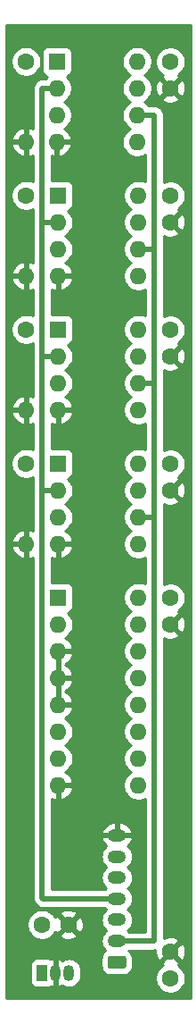
<source format=gbr>
G04 #@! TF.GenerationSoftware,KiCad,Pcbnew,5.1.5+dfsg1-2build2*
G04 #@! TF.CreationDate,2020-10-27T01:34:20+02:00*
G04 #@! TF.ProjectId,memory,6d656d6f-7279-42e6-9b69-6361645f7063,rev?*
G04 #@! TF.SameCoordinates,Original*
G04 #@! TF.FileFunction,Copper,L2,Bot*
G04 #@! TF.FilePolarity,Positive*
%FSLAX46Y46*%
G04 Gerber Fmt 4.6, Leading zero omitted, Abs format (unit mm)*
G04 Created by KiCad (PCBNEW 5.1.5+dfsg1-2build2) date 2020-10-27 01:34:20*
%MOMM*%
%LPD*%
G04 APERTURE LIST*
%ADD10R,1.050000X1.500000*%
%ADD11O,1.050000X1.500000*%
%ADD12O,1.600000X1.600000*%
%ADD13C,1.600000*%
%ADD14O,1.750000X1.200000*%
%ADD15C,0.100000*%
%ADD16R,1.600000X1.600000*%
%ADD17C,0.500000*%
%ADD18C,0.254000*%
G04 APERTURE END LIST*
D10*
X41148000Y-149860000D03*
D11*
X43688000Y-149860000D03*
X42418000Y-149860000D03*
D12*
X39624000Y-109220000D03*
D13*
X39624000Y-101600000D03*
D12*
X39624000Y-96520000D03*
D13*
X39624000Y-88900000D03*
D12*
X39624000Y-83820000D03*
D13*
X39624000Y-76200000D03*
D12*
X39624000Y-71120000D03*
D13*
X39624000Y-63500000D03*
D14*
X48260000Y-136844000D03*
X48260000Y-138844000D03*
X48260000Y-140844000D03*
X48260000Y-142844000D03*
X48260000Y-144844000D03*
X48260000Y-146844000D03*
G04 #@! TA.AperFunction,ComponentPad*
D15*
G36*
X48909505Y-148245204D02*
G01*
X48933773Y-148248804D01*
X48957572Y-148254765D01*
X48980671Y-148263030D01*
X49002850Y-148273520D01*
X49023893Y-148286132D01*
X49043599Y-148300747D01*
X49061777Y-148317223D01*
X49078253Y-148335401D01*
X49092868Y-148355107D01*
X49105480Y-148376150D01*
X49115970Y-148398329D01*
X49124235Y-148421428D01*
X49130196Y-148445227D01*
X49133796Y-148469495D01*
X49135000Y-148493999D01*
X49135000Y-149194001D01*
X49133796Y-149218505D01*
X49130196Y-149242773D01*
X49124235Y-149266572D01*
X49115970Y-149289671D01*
X49105480Y-149311850D01*
X49092868Y-149332893D01*
X49078253Y-149352599D01*
X49061777Y-149370777D01*
X49043599Y-149387253D01*
X49023893Y-149401868D01*
X49002850Y-149414480D01*
X48980671Y-149424970D01*
X48957572Y-149433235D01*
X48933773Y-149439196D01*
X48909505Y-149442796D01*
X48885001Y-149444000D01*
X47634999Y-149444000D01*
X47610495Y-149442796D01*
X47586227Y-149439196D01*
X47562428Y-149433235D01*
X47539329Y-149424970D01*
X47517150Y-149414480D01*
X47496107Y-149401868D01*
X47476401Y-149387253D01*
X47458223Y-149370777D01*
X47441747Y-149352599D01*
X47427132Y-149332893D01*
X47414520Y-149311850D01*
X47404030Y-149289671D01*
X47395765Y-149266572D01*
X47389804Y-149242773D01*
X47386204Y-149218505D01*
X47385000Y-149194001D01*
X47385000Y-148493999D01*
X47386204Y-148469495D01*
X47389804Y-148445227D01*
X47395765Y-148421428D01*
X47404030Y-148398329D01*
X47414520Y-148376150D01*
X47427132Y-148355107D01*
X47441747Y-148335401D01*
X47458223Y-148317223D01*
X47476401Y-148300747D01*
X47496107Y-148286132D01*
X47517150Y-148273520D01*
X47539329Y-148263030D01*
X47562428Y-148254765D01*
X47586227Y-148248804D01*
X47610495Y-148245204D01*
X47634999Y-148244000D01*
X48885001Y-148244000D01*
X48909505Y-148245204D01*
G37*
G04 #@! TD.AperFunction*
D12*
X50292000Y-114300000D03*
X42672000Y-132080000D03*
X50292000Y-116840000D03*
X42672000Y-129540000D03*
X50292000Y-119380000D03*
X42672000Y-127000000D03*
X50292000Y-121920000D03*
X42672000Y-124460000D03*
X50292000Y-124460000D03*
X42672000Y-121920000D03*
X50292000Y-127000000D03*
X42672000Y-119380000D03*
X50292000Y-129540000D03*
X42672000Y-116840000D03*
X50292000Y-132080000D03*
D16*
X42672000Y-114300000D03*
D12*
X50292000Y-101600000D03*
X42672000Y-109220000D03*
X50292000Y-104140000D03*
X42672000Y-106680000D03*
X50292000Y-106680000D03*
X42672000Y-104140000D03*
X50292000Y-109220000D03*
D16*
X42672000Y-101600000D03*
D12*
X50292000Y-88900000D03*
X42672000Y-96520000D03*
X50292000Y-91440000D03*
X42672000Y-93980000D03*
X50292000Y-93980000D03*
X42672000Y-91440000D03*
X50292000Y-96520000D03*
D16*
X42672000Y-88900000D03*
D12*
X50292000Y-76200000D03*
X42672000Y-83820000D03*
X50292000Y-78740000D03*
X42672000Y-81280000D03*
X50292000Y-81280000D03*
X42672000Y-78740000D03*
X50292000Y-83820000D03*
D16*
X42672000Y-76200000D03*
D12*
X50165000Y-63500000D03*
X42545000Y-71120000D03*
X50165000Y-66040000D03*
X42545000Y-68580000D03*
X50165000Y-68580000D03*
X42545000Y-66040000D03*
X50165000Y-71120000D03*
D16*
X42545000Y-63500000D03*
D13*
X53340000Y-114340000D03*
X53340000Y-116840000D03*
X53340000Y-101640000D03*
X53340000Y-104140000D03*
X53340000Y-88940000D03*
X53340000Y-91440000D03*
X53340000Y-76240000D03*
X53340000Y-78740000D03*
X53340000Y-63540000D03*
X53340000Y-66040000D03*
X43648000Y-145288000D03*
X41148000Y-145288000D03*
X53340000Y-147868000D03*
X53340000Y-150368000D03*
D17*
X53340000Y-150443998D02*
X53123999Y-150659999D01*
X53340000Y-149860000D02*
X53340000Y-150443998D01*
X53300000Y-63500000D02*
X53340000Y-63540000D01*
X53300000Y-76200000D02*
X53340000Y-76240000D01*
X53300000Y-88900000D02*
X53340000Y-88940000D01*
X53300000Y-101600000D02*
X53340000Y-101640000D01*
X53300000Y-114300000D02*
X53340000Y-114340000D01*
X50165000Y-68580000D02*
X51816000Y-68580000D01*
X51816000Y-106680000D02*
X50292000Y-106680000D01*
X50292000Y-81280000D02*
X51816000Y-81280000D01*
X51816000Y-68580000D02*
X51816000Y-81280000D01*
X50292000Y-93980000D02*
X51816000Y-93980000D01*
X51816000Y-81280000D02*
X51816000Y-93980000D01*
X51816000Y-106172000D02*
X51816000Y-146812000D01*
X51816000Y-93980000D02*
X51816000Y-106172000D01*
X51816000Y-106172000D02*
X51816000Y-106680000D01*
X51784000Y-146844000D02*
X48260000Y-146844000D01*
X51816000Y-146812000D02*
X51784000Y-146844000D01*
X41148000Y-66040000D02*
X41148000Y-78740000D01*
X41148000Y-78740000D02*
X42672000Y-78740000D01*
X42545000Y-66040000D02*
X41148000Y-66040000D01*
X41148000Y-83312000D02*
X41148000Y-91440000D01*
X41148000Y-78740000D02*
X41148000Y-83312000D01*
X41148000Y-91440000D02*
X42672000Y-91440000D01*
X41148000Y-91440000D02*
X41148000Y-104140000D01*
X41148000Y-104140000D02*
X42672000Y-104140000D01*
X41148000Y-104140000D02*
X41148000Y-134620000D01*
X41148000Y-134620000D02*
X41148000Y-142748000D01*
X41244000Y-142844000D02*
X41148000Y-142748000D01*
X48260000Y-142844000D02*
X41244000Y-142844000D01*
D18*
G36*
X55245000Y-152273000D02*
G01*
X37719000Y-152273000D01*
X37719000Y-149110000D01*
X39984928Y-149110000D01*
X39984928Y-150610000D01*
X39997188Y-150734482D01*
X40033498Y-150854180D01*
X40092463Y-150964494D01*
X40171815Y-151061185D01*
X40268506Y-151140537D01*
X40378820Y-151199502D01*
X40498518Y-151235812D01*
X40623000Y-151248072D01*
X41673000Y-151248072D01*
X41797482Y-151235812D01*
X41917180Y-151199502D01*
X41982057Y-151164824D01*
X42050663Y-151195272D01*
X42112190Y-151203964D01*
X42291000Y-151078163D01*
X42291000Y-150760235D01*
X42298812Y-150734482D01*
X42311072Y-150610000D01*
X42311072Y-149578022D01*
X42528000Y-149578022D01*
X42528000Y-150141979D01*
X42544785Y-150312400D01*
X42545000Y-150313109D01*
X42545000Y-151078163D01*
X42723810Y-151203964D01*
X42785337Y-151195272D01*
X42994882Y-151102275D01*
X43053331Y-151061071D01*
X43241941Y-151161885D01*
X43460601Y-151228215D01*
X43688000Y-151250612D01*
X43915400Y-151228215D01*
X44134060Y-151161885D01*
X44335579Y-151054171D01*
X44512212Y-150909212D01*
X44657171Y-150732579D01*
X44764885Y-150531059D01*
X44831215Y-150312399D01*
X44839659Y-150226665D01*
X51905000Y-150226665D01*
X51905000Y-150509335D01*
X51960147Y-150786574D01*
X52068320Y-151047727D01*
X52225363Y-151282759D01*
X52425241Y-151482637D01*
X52660273Y-151639680D01*
X52921426Y-151747853D01*
X53198665Y-151803000D01*
X53481335Y-151803000D01*
X53758574Y-151747853D01*
X54019727Y-151639680D01*
X54254759Y-151482637D01*
X54454637Y-151282759D01*
X54611680Y-151047727D01*
X54719853Y-150786574D01*
X54775000Y-150509335D01*
X54775000Y-150226665D01*
X54719853Y-149949426D01*
X54611680Y-149688273D01*
X54454637Y-149453241D01*
X54254759Y-149253363D01*
X54054131Y-149119308D01*
X54081514Y-149104671D01*
X54153097Y-148860702D01*
X53340000Y-148047605D01*
X52526903Y-148860702D01*
X52598486Y-149104671D01*
X52627341Y-149118324D01*
X52425241Y-149253363D01*
X52225363Y-149453241D01*
X52068320Y-149688273D01*
X51960147Y-149949426D01*
X51905000Y-150226665D01*
X44839659Y-150226665D01*
X44848000Y-150141978D01*
X44848000Y-149578021D01*
X44831215Y-149407600D01*
X44764885Y-149188940D01*
X44657171Y-148987421D01*
X44512212Y-148810788D01*
X44335578Y-148665829D01*
X44134059Y-148558115D01*
X43915399Y-148491785D01*
X43688000Y-148469388D01*
X43460600Y-148491785D01*
X43241940Y-148558115D01*
X43053331Y-148658929D01*
X42994882Y-148617725D01*
X42785337Y-148524728D01*
X42723810Y-148516036D01*
X42545000Y-148641837D01*
X42545000Y-149406892D01*
X42544785Y-149407601D01*
X42528000Y-149578022D01*
X42311072Y-149578022D01*
X42311072Y-149110000D01*
X42298812Y-148985518D01*
X42291000Y-148959765D01*
X42291000Y-148641837D01*
X42112190Y-148516036D01*
X42050663Y-148524728D01*
X41982057Y-148555176D01*
X41917180Y-148520498D01*
X41797482Y-148484188D01*
X41673000Y-148471928D01*
X40623000Y-148471928D01*
X40498518Y-148484188D01*
X40378820Y-148520498D01*
X40268506Y-148579463D01*
X40171815Y-148658815D01*
X40092463Y-148755506D01*
X40033498Y-148865820D01*
X39997188Y-148985518D01*
X39984928Y-149110000D01*
X37719000Y-149110000D01*
X37719000Y-145146665D01*
X39713000Y-145146665D01*
X39713000Y-145429335D01*
X39768147Y-145706574D01*
X39876320Y-145967727D01*
X40033363Y-146202759D01*
X40233241Y-146402637D01*
X40468273Y-146559680D01*
X40729426Y-146667853D01*
X41006665Y-146723000D01*
X41289335Y-146723000D01*
X41566574Y-146667853D01*
X41827727Y-146559680D01*
X42062759Y-146402637D01*
X42184694Y-146280702D01*
X42834903Y-146280702D01*
X42906486Y-146524671D01*
X43161996Y-146645571D01*
X43436184Y-146714300D01*
X43718512Y-146728217D01*
X43998130Y-146686787D01*
X44264292Y-146591603D01*
X44389514Y-146524671D01*
X44461097Y-146280702D01*
X43648000Y-145467605D01*
X42834903Y-146280702D01*
X42184694Y-146280702D01*
X42262637Y-146202759D01*
X42396692Y-146002131D01*
X42411329Y-146029514D01*
X42655298Y-146101097D01*
X43468395Y-145288000D01*
X43827605Y-145288000D01*
X44640702Y-146101097D01*
X44884671Y-146029514D01*
X45005571Y-145774004D01*
X45074300Y-145499816D01*
X45088217Y-145217488D01*
X45046787Y-144937870D01*
X44951603Y-144671708D01*
X44884671Y-144546486D01*
X44640702Y-144474903D01*
X43827605Y-145288000D01*
X43468395Y-145288000D01*
X42655298Y-144474903D01*
X42411329Y-144546486D01*
X42397676Y-144575341D01*
X42262637Y-144373241D01*
X42184694Y-144295298D01*
X42834903Y-144295298D01*
X43648000Y-145108395D01*
X44461097Y-144295298D01*
X44389514Y-144051329D01*
X44134004Y-143930429D01*
X43859816Y-143861700D01*
X43577488Y-143847783D01*
X43297870Y-143889213D01*
X43031708Y-143984397D01*
X42906486Y-144051329D01*
X42834903Y-144295298D01*
X42184694Y-144295298D01*
X42062759Y-144173363D01*
X41827727Y-144016320D01*
X41566574Y-143908147D01*
X41289335Y-143853000D01*
X41006665Y-143853000D01*
X40729426Y-143908147D01*
X40468273Y-144016320D01*
X40233241Y-144173363D01*
X40033363Y-144373241D01*
X39876320Y-144608273D01*
X39768147Y-144869426D01*
X39713000Y-145146665D01*
X37719000Y-145146665D01*
X37719000Y-109569040D01*
X38232091Y-109569040D01*
X38326930Y-109833881D01*
X38471615Y-110075131D01*
X38660586Y-110283519D01*
X38886580Y-110451037D01*
X39140913Y-110571246D01*
X39274961Y-110611904D01*
X39497000Y-110489915D01*
X39497000Y-109347000D01*
X38353376Y-109347000D01*
X38232091Y-109569040D01*
X37719000Y-109569040D01*
X37719000Y-108870960D01*
X38232091Y-108870960D01*
X38353376Y-109093000D01*
X39497000Y-109093000D01*
X39497000Y-107950085D01*
X39274961Y-107828096D01*
X39140913Y-107868754D01*
X38886580Y-107988963D01*
X38660586Y-108156481D01*
X38471615Y-108364869D01*
X38326930Y-108606119D01*
X38232091Y-108870960D01*
X37719000Y-108870960D01*
X37719000Y-96869040D01*
X38232091Y-96869040D01*
X38326930Y-97133881D01*
X38471615Y-97375131D01*
X38660586Y-97583519D01*
X38886580Y-97751037D01*
X39140913Y-97871246D01*
X39274961Y-97911904D01*
X39497000Y-97789915D01*
X39497000Y-96647000D01*
X38353376Y-96647000D01*
X38232091Y-96869040D01*
X37719000Y-96869040D01*
X37719000Y-96170960D01*
X38232091Y-96170960D01*
X38353376Y-96393000D01*
X39497000Y-96393000D01*
X39497000Y-95250085D01*
X39274961Y-95128096D01*
X39140913Y-95168754D01*
X38886580Y-95288963D01*
X38660586Y-95456481D01*
X38471615Y-95664869D01*
X38326930Y-95906119D01*
X38232091Y-96170960D01*
X37719000Y-96170960D01*
X37719000Y-84169040D01*
X38232091Y-84169040D01*
X38326930Y-84433881D01*
X38471615Y-84675131D01*
X38660586Y-84883519D01*
X38886580Y-85051037D01*
X39140913Y-85171246D01*
X39274961Y-85211904D01*
X39497000Y-85089915D01*
X39497000Y-83947000D01*
X38353376Y-83947000D01*
X38232091Y-84169040D01*
X37719000Y-84169040D01*
X37719000Y-83470960D01*
X38232091Y-83470960D01*
X38353376Y-83693000D01*
X39497000Y-83693000D01*
X39497000Y-82550085D01*
X39274961Y-82428096D01*
X39140913Y-82468754D01*
X38886580Y-82588963D01*
X38660586Y-82756481D01*
X38471615Y-82964869D01*
X38326930Y-83206119D01*
X38232091Y-83470960D01*
X37719000Y-83470960D01*
X37719000Y-76058665D01*
X38189000Y-76058665D01*
X38189000Y-76341335D01*
X38244147Y-76618574D01*
X38352320Y-76879727D01*
X38509363Y-77114759D01*
X38709241Y-77314637D01*
X38944273Y-77471680D01*
X39205426Y-77579853D01*
X39482665Y-77635000D01*
X39765335Y-77635000D01*
X40042574Y-77579853D01*
X40263001Y-77488549D01*
X40263001Y-78696513D01*
X40258718Y-78740000D01*
X40263000Y-78783477D01*
X40263001Y-82542446D01*
X40107087Y-82468754D01*
X39973039Y-82428096D01*
X39751000Y-82550085D01*
X39751000Y-83693000D01*
X39771000Y-83693000D01*
X39771000Y-83947000D01*
X39751000Y-83947000D01*
X39751000Y-85089915D01*
X39973039Y-85211904D01*
X40107087Y-85171246D01*
X40263000Y-85097555D01*
X40263001Y-87611451D01*
X40042574Y-87520147D01*
X39765335Y-87465000D01*
X39482665Y-87465000D01*
X39205426Y-87520147D01*
X38944273Y-87628320D01*
X38709241Y-87785363D01*
X38509363Y-87985241D01*
X38352320Y-88220273D01*
X38244147Y-88481426D01*
X38189000Y-88758665D01*
X38189000Y-89041335D01*
X38244147Y-89318574D01*
X38352320Y-89579727D01*
X38509363Y-89814759D01*
X38709241Y-90014637D01*
X38944273Y-90171680D01*
X39205426Y-90279853D01*
X39482665Y-90335000D01*
X39765335Y-90335000D01*
X40042574Y-90279853D01*
X40263001Y-90188549D01*
X40263001Y-91396513D01*
X40258718Y-91440000D01*
X40263000Y-91483477D01*
X40263000Y-95242446D01*
X40107087Y-95168754D01*
X39973039Y-95128096D01*
X39751000Y-95250085D01*
X39751000Y-96393000D01*
X39771000Y-96393000D01*
X39771000Y-96647000D01*
X39751000Y-96647000D01*
X39751000Y-97789915D01*
X39973039Y-97911904D01*
X40107087Y-97871246D01*
X40263001Y-97797554D01*
X40263001Y-100311451D01*
X40042574Y-100220147D01*
X39765335Y-100165000D01*
X39482665Y-100165000D01*
X39205426Y-100220147D01*
X38944273Y-100328320D01*
X38709241Y-100485363D01*
X38509363Y-100685241D01*
X38352320Y-100920273D01*
X38244147Y-101181426D01*
X38189000Y-101458665D01*
X38189000Y-101741335D01*
X38244147Y-102018574D01*
X38352320Y-102279727D01*
X38509363Y-102514759D01*
X38709241Y-102714637D01*
X38944273Y-102871680D01*
X39205426Y-102979853D01*
X39482665Y-103035000D01*
X39765335Y-103035000D01*
X40042574Y-102979853D01*
X40263001Y-102888549D01*
X40263001Y-104096513D01*
X40258718Y-104140000D01*
X40263000Y-104183477D01*
X40263000Y-107942445D01*
X40107087Y-107868754D01*
X39973039Y-107828096D01*
X39751000Y-107950085D01*
X39751000Y-109093000D01*
X39771000Y-109093000D01*
X39771000Y-109347000D01*
X39751000Y-109347000D01*
X39751000Y-110489915D01*
X39973039Y-110611904D01*
X40107087Y-110571246D01*
X40263000Y-110497555D01*
X40263001Y-134576514D01*
X40263000Y-134576524D01*
X40263001Y-142704521D01*
X40258719Y-142748000D01*
X40275805Y-142921490D01*
X40326412Y-143088313D01*
X40408590Y-143242059D01*
X40491468Y-143343046D01*
X40491471Y-143343049D01*
X40519184Y-143376817D01*
X40552952Y-143404530D01*
X40587466Y-143439044D01*
X40615183Y-143472817D01*
X40749941Y-143583411D01*
X40903687Y-143665589D01*
X41070510Y-143716195D01*
X41200523Y-143729000D01*
X41200531Y-143729000D01*
X41244000Y-143733281D01*
X41287469Y-143729000D01*
X47116634Y-143729000D01*
X47256762Y-143844000D01*
X47107498Y-143966498D01*
X46953167Y-144154551D01*
X46838489Y-144369099D01*
X46767870Y-144601898D01*
X46744025Y-144844000D01*
X46767870Y-145086102D01*
X46838489Y-145318901D01*
X46953167Y-145533449D01*
X47107498Y-145721502D01*
X47256762Y-145844000D01*
X47107498Y-145966498D01*
X46953167Y-146154551D01*
X46838489Y-146369099D01*
X46767870Y-146601898D01*
X46744025Y-146844000D01*
X46767870Y-147086102D01*
X46838489Y-147318901D01*
X46953167Y-147533449D01*
X47107498Y-147721502D01*
X47146111Y-147753191D01*
X47141613Y-147755595D01*
X47007038Y-147866038D01*
X46896595Y-148000613D01*
X46814528Y-148154149D01*
X46763992Y-148320745D01*
X46746928Y-148493999D01*
X46746928Y-149194001D01*
X46763992Y-149367255D01*
X46814528Y-149533851D01*
X46896595Y-149687387D01*
X47007038Y-149821962D01*
X47141613Y-149932405D01*
X47295149Y-150014472D01*
X47461745Y-150065008D01*
X47634999Y-150082072D01*
X48885001Y-150082072D01*
X49058255Y-150065008D01*
X49224851Y-150014472D01*
X49378387Y-149932405D01*
X49512962Y-149821962D01*
X49623405Y-149687387D01*
X49705472Y-149533851D01*
X49756008Y-149367255D01*
X49773072Y-149194001D01*
X49773072Y-148493999D01*
X49756008Y-148320745D01*
X49705472Y-148154149D01*
X49623405Y-148000613D01*
X49512962Y-147866038D01*
X49378387Y-147755595D01*
X49373889Y-147753191D01*
X49403366Y-147729000D01*
X51740531Y-147729000D01*
X51784000Y-147733281D01*
X51827469Y-147729000D01*
X51827477Y-147729000D01*
X51910514Y-147720822D01*
X51899783Y-147938512D01*
X51941213Y-148218130D01*
X52036397Y-148484292D01*
X52103329Y-148609514D01*
X52347298Y-148681097D01*
X53160395Y-147868000D01*
X53519605Y-147868000D01*
X54332702Y-148681097D01*
X54576671Y-148609514D01*
X54697571Y-148354004D01*
X54766300Y-148079816D01*
X54780217Y-147797488D01*
X54738787Y-147517870D01*
X54643603Y-147251708D01*
X54576671Y-147126486D01*
X54332702Y-147054903D01*
X53519605Y-147868000D01*
X53160395Y-147868000D01*
X53146253Y-147853858D01*
X53325858Y-147674253D01*
X53340000Y-147688395D01*
X54153097Y-146875298D01*
X54081514Y-146631329D01*
X53826004Y-146510429D01*
X53551816Y-146441700D01*
X53269488Y-146427783D01*
X52989870Y-146469213D01*
X52723708Y-146564397D01*
X52701000Y-146576535D01*
X52701000Y-118125178D01*
X52853996Y-118197571D01*
X53128184Y-118266300D01*
X53410512Y-118280217D01*
X53690130Y-118238787D01*
X53956292Y-118143603D01*
X54081514Y-118076671D01*
X54153097Y-117832702D01*
X53340000Y-117019605D01*
X53325858Y-117033748D01*
X53146253Y-116854143D01*
X53160395Y-116840000D01*
X53519605Y-116840000D01*
X54332702Y-117653097D01*
X54576671Y-117581514D01*
X54697571Y-117326004D01*
X54766300Y-117051816D01*
X54780217Y-116769488D01*
X54738787Y-116489870D01*
X54643603Y-116223708D01*
X54576671Y-116098486D01*
X54332702Y-116026903D01*
X53519605Y-116840000D01*
X53160395Y-116840000D01*
X53146253Y-116825858D01*
X53325858Y-116646253D01*
X53340000Y-116660395D01*
X54153097Y-115847298D01*
X54081514Y-115603329D01*
X54052659Y-115589676D01*
X54254759Y-115454637D01*
X54454637Y-115254759D01*
X54611680Y-115019727D01*
X54719853Y-114758574D01*
X54775000Y-114481335D01*
X54775000Y-114198665D01*
X54719853Y-113921426D01*
X54611680Y-113660273D01*
X54454637Y-113425241D01*
X54254759Y-113225363D01*
X54019727Y-113068320D01*
X53758574Y-112960147D01*
X53481335Y-112905000D01*
X53198665Y-112905000D01*
X52921426Y-112960147D01*
X52701000Y-113051450D01*
X52701000Y-106723477D01*
X52705282Y-106680000D01*
X52701000Y-106636523D01*
X52701000Y-105425178D01*
X52853996Y-105497571D01*
X53128184Y-105566300D01*
X53410512Y-105580217D01*
X53690130Y-105538787D01*
X53956292Y-105443603D01*
X54081514Y-105376671D01*
X54153097Y-105132702D01*
X53340000Y-104319605D01*
X53325858Y-104333748D01*
X53146253Y-104154143D01*
X53160395Y-104140000D01*
X53519605Y-104140000D01*
X54332702Y-104953097D01*
X54576671Y-104881514D01*
X54697571Y-104626004D01*
X54766300Y-104351816D01*
X54780217Y-104069488D01*
X54738787Y-103789870D01*
X54643603Y-103523708D01*
X54576671Y-103398486D01*
X54332702Y-103326903D01*
X53519605Y-104140000D01*
X53160395Y-104140000D01*
X53146253Y-104125858D01*
X53325858Y-103946253D01*
X53340000Y-103960395D01*
X54153097Y-103147298D01*
X54081514Y-102903329D01*
X54052659Y-102889676D01*
X54254759Y-102754637D01*
X54454637Y-102554759D01*
X54611680Y-102319727D01*
X54719853Y-102058574D01*
X54775000Y-101781335D01*
X54775000Y-101498665D01*
X54719853Y-101221426D01*
X54611680Y-100960273D01*
X54454637Y-100725241D01*
X54254759Y-100525363D01*
X54019727Y-100368320D01*
X53758574Y-100260147D01*
X53481335Y-100205000D01*
X53198665Y-100205000D01*
X52921426Y-100260147D01*
X52701000Y-100351450D01*
X52701000Y-94023477D01*
X52705282Y-93980000D01*
X52701000Y-93936523D01*
X52701000Y-92725178D01*
X52853996Y-92797571D01*
X53128184Y-92866300D01*
X53410512Y-92880217D01*
X53690130Y-92838787D01*
X53956292Y-92743603D01*
X54081514Y-92676671D01*
X54153097Y-92432702D01*
X53340000Y-91619605D01*
X53325858Y-91633748D01*
X53146253Y-91454143D01*
X53160395Y-91440000D01*
X53519605Y-91440000D01*
X54332702Y-92253097D01*
X54576671Y-92181514D01*
X54697571Y-91926004D01*
X54766300Y-91651816D01*
X54780217Y-91369488D01*
X54738787Y-91089870D01*
X54643603Y-90823708D01*
X54576671Y-90698486D01*
X54332702Y-90626903D01*
X53519605Y-91440000D01*
X53160395Y-91440000D01*
X53146253Y-91425858D01*
X53325858Y-91246253D01*
X53340000Y-91260395D01*
X54153097Y-90447298D01*
X54081514Y-90203329D01*
X54052659Y-90189676D01*
X54254759Y-90054637D01*
X54454637Y-89854759D01*
X54611680Y-89619727D01*
X54719853Y-89358574D01*
X54775000Y-89081335D01*
X54775000Y-88798665D01*
X54719853Y-88521426D01*
X54611680Y-88260273D01*
X54454637Y-88025241D01*
X54254759Y-87825363D01*
X54019727Y-87668320D01*
X53758574Y-87560147D01*
X53481335Y-87505000D01*
X53198665Y-87505000D01*
X52921426Y-87560147D01*
X52701000Y-87651450D01*
X52701000Y-81323477D01*
X52705282Y-81280000D01*
X52701000Y-81236523D01*
X52701000Y-80025178D01*
X52853996Y-80097571D01*
X53128184Y-80166300D01*
X53410512Y-80180217D01*
X53690130Y-80138787D01*
X53956292Y-80043603D01*
X54081514Y-79976671D01*
X54153097Y-79732702D01*
X53340000Y-78919605D01*
X53325858Y-78933748D01*
X53146253Y-78754143D01*
X53160395Y-78740000D01*
X53519605Y-78740000D01*
X54332702Y-79553097D01*
X54576671Y-79481514D01*
X54697571Y-79226004D01*
X54766300Y-78951816D01*
X54780217Y-78669488D01*
X54738787Y-78389870D01*
X54643603Y-78123708D01*
X54576671Y-77998486D01*
X54332702Y-77926903D01*
X53519605Y-78740000D01*
X53160395Y-78740000D01*
X53146253Y-78725858D01*
X53325858Y-78546253D01*
X53340000Y-78560395D01*
X54153097Y-77747298D01*
X54081514Y-77503329D01*
X54052659Y-77489676D01*
X54254759Y-77354637D01*
X54454637Y-77154759D01*
X54611680Y-76919727D01*
X54719853Y-76658574D01*
X54775000Y-76381335D01*
X54775000Y-76098665D01*
X54719853Y-75821426D01*
X54611680Y-75560273D01*
X54454637Y-75325241D01*
X54254759Y-75125363D01*
X54019727Y-74968320D01*
X53758574Y-74860147D01*
X53481335Y-74805000D01*
X53198665Y-74805000D01*
X52921426Y-74860147D01*
X52701000Y-74951450D01*
X52701000Y-68623477D01*
X52705282Y-68580000D01*
X52688195Y-68406510D01*
X52637589Y-68239687D01*
X52555411Y-68085941D01*
X52444817Y-67951183D01*
X52310059Y-67840589D01*
X52156313Y-67758411D01*
X51989490Y-67707805D01*
X51859477Y-67695000D01*
X51859476Y-67695000D01*
X51816000Y-67690718D01*
X51772523Y-67695000D01*
X51299521Y-67695000D01*
X51279637Y-67665241D01*
X51079759Y-67465363D01*
X50847241Y-67310000D01*
X51079759Y-67154637D01*
X51201694Y-67032702D01*
X52526903Y-67032702D01*
X52598486Y-67276671D01*
X52853996Y-67397571D01*
X53128184Y-67466300D01*
X53410512Y-67480217D01*
X53690130Y-67438787D01*
X53956292Y-67343603D01*
X54081514Y-67276671D01*
X54153097Y-67032702D01*
X53340000Y-66219605D01*
X52526903Y-67032702D01*
X51201694Y-67032702D01*
X51279637Y-66954759D01*
X51436680Y-66719727D01*
X51544853Y-66458574D01*
X51600000Y-66181335D01*
X51600000Y-66110512D01*
X51899783Y-66110512D01*
X51941213Y-66390130D01*
X52036397Y-66656292D01*
X52103329Y-66781514D01*
X52347298Y-66853097D01*
X53160395Y-66040000D01*
X53519605Y-66040000D01*
X54332702Y-66853097D01*
X54576671Y-66781514D01*
X54697571Y-66526004D01*
X54766300Y-66251816D01*
X54780217Y-65969488D01*
X54738787Y-65689870D01*
X54643603Y-65423708D01*
X54576671Y-65298486D01*
X54332702Y-65226903D01*
X53519605Y-66040000D01*
X53160395Y-66040000D01*
X52347298Y-65226903D01*
X52103329Y-65298486D01*
X51982429Y-65553996D01*
X51913700Y-65828184D01*
X51899783Y-66110512D01*
X51600000Y-66110512D01*
X51600000Y-65898665D01*
X51544853Y-65621426D01*
X51436680Y-65360273D01*
X51279637Y-65125241D01*
X51079759Y-64925363D01*
X50847241Y-64770000D01*
X51079759Y-64614637D01*
X51279637Y-64414759D01*
X51436680Y-64179727D01*
X51544853Y-63918574D01*
X51600000Y-63641335D01*
X51600000Y-63398665D01*
X51905000Y-63398665D01*
X51905000Y-63681335D01*
X51960147Y-63958574D01*
X52068320Y-64219727D01*
X52225363Y-64454759D01*
X52425241Y-64654637D01*
X52625869Y-64788692D01*
X52598486Y-64803329D01*
X52526903Y-65047298D01*
X53340000Y-65860395D01*
X54153097Y-65047298D01*
X54081514Y-64803329D01*
X54052659Y-64789676D01*
X54254759Y-64654637D01*
X54454637Y-64454759D01*
X54611680Y-64219727D01*
X54719853Y-63958574D01*
X54775000Y-63681335D01*
X54775000Y-63398665D01*
X54719853Y-63121426D01*
X54611680Y-62860273D01*
X54454637Y-62625241D01*
X54254759Y-62425363D01*
X54019727Y-62268320D01*
X53758574Y-62160147D01*
X53481335Y-62105000D01*
X53198665Y-62105000D01*
X52921426Y-62160147D01*
X52660273Y-62268320D01*
X52425241Y-62425363D01*
X52225363Y-62625241D01*
X52068320Y-62860273D01*
X51960147Y-63121426D01*
X51905000Y-63398665D01*
X51600000Y-63398665D01*
X51600000Y-63358665D01*
X51544853Y-63081426D01*
X51436680Y-62820273D01*
X51279637Y-62585241D01*
X51079759Y-62385363D01*
X50844727Y-62228320D01*
X50583574Y-62120147D01*
X50306335Y-62065000D01*
X50023665Y-62065000D01*
X49746426Y-62120147D01*
X49485273Y-62228320D01*
X49250241Y-62385363D01*
X49050363Y-62585241D01*
X48893320Y-62820273D01*
X48785147Y-63081426D01*
X48730000Y-63358665D01*
X48730000Y-63641335D01*
X48785147Y-63918574D01*
X48893320Y-64179727D01*
X49050363Y-64414759D01*
X49250241Y-64614637D01*
X49482759Y-64770000D01*
X49250241Y-64925363D01*
X49050363Y-65125241D01*
X48893320Y-65360273D01*
X48785147Y-65621426D01*
X48730000Y-65898665D01*
X48730000Y-66181335D01*
X48785147Y-66458574D01*
X48893320Y-66719727D01*
X49050363Y-66954759D01*
X49250241Y-67154637D01*
X49482759Y-67310000D01*
X49250241Y-67465363D01*
X49050363Y-67665241D01*
X48893320Y-67900273D01*
X48785147Y-68161426D01*
X48730000Y-68438665D01*
X48730000Y-68721335D01*
X48785147Y-68998574D01*
X48893320Y-69259727D01*
X49050363Y-69494759D01*
X49250241Y-69694637D01*
X49482759Y-69850000D01*
X49250241Y-70005363D01*
X49050363Y-70205241D01*
X48893320Y-70440273D01*
X48785147Y-70701426D01*
X48730000Y-70978665D01*
X48730000Y-71261335D01*
X48785147Y-71538574D01*
X48893320Y-71799727D01*
X49050363Y-72034759D01*
X49250241Y-72234637D01*
X49485273Y-72391680D01*
X49746426Y-72499853D01*
X50023665Y-72555000D01*
X50306335Y-72555000D01*
X50583574Y-72499853D01*
X50844727Y-72391680D01*
X50931000Y-72334034D01*
X50931000Y-74911451D01*
X50710574Y-74820147D01*
X50433335Y-74765000D01*
X50150665Y-74765000D01*
X49873426Y-74820147D01*
X49612273Y-74928320D01*
X49377241Y-75085363D01*
X49177363Y-75285241D01*
X49020320Y-75520273D01*
X48912147Y-75781426D01*
X48857000Y-76058665D01*
X48857000Y-76341335D01*
X48912147Y-76618574D01*
X49020320Y-76879727D01*
X49177363Y-77114759D01*
X49377241Y-77314637D01*
X49609759Y-77470000D01*
X49377241Y-77625363D01*
X49177363Y-77825241D01*
X49020320Y-78060273D01*
X48912147Y-78321426D01*
X48857000Y-78598665D01*
X48857000Y-78881335D01*
X48912147Y-79158574D01*
X49020320Y-79419727D01*
X49177363Y-79654759D01*
X49377241Y-79854637D01*
X49609759Y-80010000D01*
X49377241Y-80165363D01*
X49177363Y-80365241D01*
X49020320Y-80600273D01*
X48912147Y-80861426D01*
X48857000Y-81138665D01*
X48857000Y-81421335D01*
X48912147Y-81698574D01*
X49020320Y-81959727D01*
X49177363Y-82194759D01*
X49377241Y-82394637D01*
X49609759Y-82550000D01*
X49377241Y-82705363D01*
X49177363Y-82905241D01*
X49020320Y-83140273D01*
X48912147Y-83401426D01*
X48857000Y-83678665D01*
X48857000Y-83961335D01*
X48912147Y-84238574D01*
X49020320Y-84499727D01*
X49177363Y-84734759D01*
X49377241Y-84934637D01*
X49612273Y-85091680D01*
X49873426Y-85199853D01*
X50150665Y-85255000D01*
X50433335Y-85255000D01*
X50710574Y-85199853D01*
X50931000Y-85108550D01*
X50931000Y-87611451D01*
X50710574Y-87520147D01*
X50433335Y-87465000D01*
X50150665Y-87465000D01*
X49873426Y-87520147D01*
X49612273Y-87628320D01*
X49377241Y-87785363D01*
X49177363Y-87985241D01*
X49020320Y-88220273D01*
X48912147Y-88481426D01*
X48857000Y-88758665D01*
X48857000Y-89041335D01*
X48912147Y-89318574D01*
X49020320Y-89579727D01*
X49177363Y-89814759D01*
X49377241Y-90014637D01*
X49609759Y-90170000D01*
X49377241Y-90325363D01*
X49177363Y-90525241D01*
X49020320Y-90760273D01*
X48912147Y-91021426D01*
X48857000Y-91298665D01*
X48857000Y-91581335D01*
X48912147Y-91858574D01*
X49020320Y-92119727D01*
X49177363Y-92354759D01*
X49377241Y-92554637D01*
X49609759Y-92710000D01*
X49377241Y-92865363D01*
X49177363Y-93065241D01*
X49020320Y-93300273D01*
X48912147Y-93561426D01*
X48857000Y-93838665D01*
X48857000Y-94121335D01*
X48912147Y-94398574D01*
X49020320Y-94659727D01*
X49177363Y-94894759D01*
X49377241Y-95094637D01*
X49609759Y-95250000D01*
X49377241Y-95405363D01*
X49177363Y-95605241D01*
X49020320Y-95840273D01*
X48912147Y-96101426D01*
X48857000Y-96378665D01*
X48857000Y-96661335D01*
X48912147Y-96938574D01*
X49020320Y-97199727D01*
X49177363Y-97434759D01*
X49377241Y-97634637D01*
X49612273Y-97791680D01*
X49873426Y-97899853D01*
X50150665Y-97955000D01*
X50433335Y-97955000D01*
X50710574Y-97899853D01*
X50931000Y-97808550D01*
X50931001Y-100311451D01*
X50710574Y-100220147D01*
X50433335Y-100165000D01*
X50150665Y-100165000D01*
X49873426Y-100220147D01*
X49612273Y-100328320D01*
X49377241Y-100485363D01*
X49177363Y-100685241D01*
X49020320Y-100920273D01*
X48912147Y-101181426D01*
X48857000Y-101458665D01*
X48857000Y-101741335D01*
X48912147Y-102018574D01*
X49020320Y-102279727D01*
X49177363Y-102514759D01*
X49377241Y-102714637D01*
X49609759Y-102870000D01*
X49377241Y-103025363D01*
X49177363Y-103225241D01*
X49020320Y-103460273D01*
X48912147Y-103721426D01*
X48857000Y-103998665D01*
X48857000Y-104281335D01*
X48912147Y-104558574D01*
X49020320Y-104819727D01*
X49177363Y-105054759D01*
X49377241Y-105254637D01*
X49609759Y-105410000D01*
X49377241Y-105565363D01*
X49177363Y-105765241D01*
X49020320Y-106000273D01*
X48912147Y-106261426D01*
X48857000Y-106538665D01*
X48857000Y-106821335D01*
X48912147Y-107098574D01*
X49020320Y-107359727D01*
X49177363Y-107594759D01*
X49377241Y-107794637D01*
X49609759Y-107950000D01*
X49377241Y-108105363D01*
X49177363Y-108305241D01*
X49020320Y-108540273D01*
X48912147Y-108801426D01*
X48857000Y-109078665D01*
X48857000Y-109361335D01*
X48912147Y-109638574D01*
X49020320Y-109899727D01*
X49177363Y-110134759D01*
X49377241Y-110334637D01*
X49612273Y-110491680D01*
X49873426Y-110599853D01*
X50150665Y-110655000D01*
X50433335Y-110655000D01*
X50710574Y-110599853D01*
X50931000Y-110508550D01*
X50931000Y-113011450D01*
X50710574Y-112920147D01*
X50433335Y-112865000D01*
X50150665Y-112865000D01*
X49873426Y-112920147D01*
X49612273Y-113028320D01*
X49377241Y-113185363D01*
X49177363Y-113385241D01*
X49020320Y-113620273D01*
X48912147Y-113881426D01*
X48857000Y-114158665D01*
X48857000Y-114441335D01*
X48912147Y-114718574D01*
X49020320Y-114979727D01*
X49177363Y-115214759D01*
X49377241Y-115414637D01*
X49609759Y-115570000D01*
X49377241Y-115725363D01*
X49177363Y-115925241D01*
X49020320Y-116160273D01*
X48912147Y-116421426D01*
X48857000Y-116698665D01*
X48857000Y-116981335D01*
X48912147Y-117258574D01*
X49020320Y-117519727D01*
X49177363Y-117754759D01*
X49377241Y-117954637D01*
X49609759Y-118110000D01*
X49377241Y-118265363D01*
X49177363Y-118465241D01*
X49020320Y-118700273D01*
X48912147Y-118961426D01*
X48857000Y-119238665D01*
X48857000Y-119521335D01*
X48912147Y-119798574D01*
X49020320Y-120059727D01*
X49177363Y-120294759D01*
X49377241Y-120494637D01*
X49609759Y-120650000D01*
X49377241Y-120805363D01*
X49177363Y-121005241D01*
X49020320Y-121240273D01*
X48912147Y-121501426D01*
X48857000Y-121778665D01*
X48857000Y-122061335D01*
X48912147Y-122338574D01*
X49020320Y-122599727D01*
X49177363Y-122834759D01*
X49377241Y-123034637D01*
X49609759Y-123190000D01*
X49377241Y-123345363D01*
X49177363Y-123545241D01*
X49020320Y-123780273D01*
X48912147Y-124041426D01*
X48857000Y-124318665D01*
X48857000Y-124601335D01*
X48912147Y-124878574D01*
X49020320Y-125139727D01*
X49177363Y-125374759D01*
X49377241Y-125574637D01*
X49609759Y-125730000D01*
X49377241Y-125885363D01*
X49177363Y-126085241D01*
X49020320Y-126320273D01*
X48912147Y-126581426D01*
X48857000Y-126858665D01*
X48857000Y-127141335D01*
X48912147Y-127418574D01*
X49020320Y-127679727D01*
X49177363Y-127914759D01*
X49377241Y-128114637D01*
X49609759Y-128270000D01*
X49377241Y-128425363D01*
X49177363Y-128625241D01*
X49020320Y-128860273D01*
X48912147Y-129121426D01*
X48857000Y-129398665D01*
X48857000Y-129681335D01*
X48912147Y-129958574D01*
X49020320Y-130219727D01*
X49177363Y-130454759D01*
X49377241Y-130654637D01*
X49609759Y-130810000D01*
X49377241Y-130965363D01*
X49177363Y-131165241D01*
X49020320Y-131400273D01*
X48912147Y-131661426D01*
X48857000Y-131938665D01*
X48857000Y-132221335D01*
X48912147Y-132498574D01*
X49020320Y-132759727D01*
X49177363Y-132994759D01*
X49377241Y-133194637D01*
X49612273Y-133351680D01*
X49873426Y-133459853D01*
X50150665Y-133515000D01*
X50433335Y-133515000D01*
X50710574Y-133459853D01*
X50931001Y-133368549D01*
X50931001Y-145959000D01*
X49403366Y-145959000D01*
X49263238Y-145844000D01*
X49412502Y-145721502D01*
X49566833Y-145533449D01*
X49681511Y-145318901D01*
X49752130Y-145086102D01*
X49775975Y-144844000D01*
X49752130Y-144601898D01*
X49681511Y-144369099D01*
X49566833Y-144154551D01*
X49412502Y-143966498D01*
X49263238Y-143844000D01*
X49412502Y-143721502D01*
X49566833Y-143533449D01*
X49681511Y-143318901D01*
X49752130Y-143086102D01*
X49775975Y-142844000D01*
X49752130Y-142601898D01*
X49681511Y-142369099D01*
X49566833Y-142154551D01*
X49412502Y-141966498D01*
X49263238Y-141844000D01*
X49412502Y-141721502D01*
X49566833Y-141533449D01*
X49681511Y-141318901D01*
X49752130Y-141086102D01*
X49775975Y-140844000D01*
X49752130Y-140601898D01*
X49681511Y-140369099D01*
X49566833Y-140154551D01*
X49412502Y-139966498D01*
X49263238Y-139844000D01*
X49412502Y-139721502D01*
X49566833Y-139533449D01*
X49681511Y-139318901D01*
X49752130Y-139086102D01*
X49775975Y-138844000D01*
X49752130Y-138601898D01*
X49681511Y-138369099D01*
X49566833Y-138154551D01*
X49412502Y-137966498D01*
X49262652Y-137843519D01*
X49326725Y-137800307D01*
X49498078Y-137627474D01*
X49632421Y-137424533D01*
X49724591Y-137199282D01*
X49728462Y-137161609D01*
X49603731Y-136971000D01*
X48387000Y-136971000D01*
X48387000Y-136991000D01*
X48133000Y-136991000D01*
X48133000Y-136971000D01*
X46916269Y-136971000D01*
X46791538Y-137161609D01*
X46795409Y-137199282D01*
X46887579Y-137424533D01*
X47021922Y-137627474D01*
X47193275Y-137800307D01*
X47257348Y-137843519D01*
X47107498Y-137966498D01*
X46953167Y-138154551D01*
X46838489Y-138369099D01*
X46767870Y-138601898D01*
X46744025Y-138844000D01*
X46767870Y-139086102D01*
X46838489Y-139318901D01*
X46953167Y-139533449D01*
X47107498Y-139721502D01*
X47256762Y-139844000D01*
X47107498Y-139966498D01*
X46953167Y-140154551D01*
X46838489Y-140369099D01*
X46767870Y-140601898D01*
X46744025Y-140844000D01*
X46767870Y-141086102D01*
X46838489Y-141318901D01*
X46953167Y-141533449D01*
X47107498Y-141721502D01*
X47256762Y-141844000D01*
X47116634Y-141959000D01*
X42033000Y-141959000D01*
X42033000Y-136526391D01*
X46791538Y-136526391D01*
X46916269Y-136717000D01*
X48133000Y-136717000D01*
X48133000Y-135609000D01*
X48387000Y-135609000D01*
X48387000Y-136717000D01*
X49603731Y-136717000D01*
X49728462Y-136526391D01*
X49724591Y-136488718D01*
X49632421Y-136263467D01*
X49498078Y-136060526D01*
X49326725Y-135887693D01*
X49124946Y-135751610D01*
X48900496Y-135657507D01*
X48662000Y-135609000D01*
X48387000Y-135609000D01*
X48133000Y-135609000D01*
X47858000Y-135609000D01*
X47619504Y-135657507D01*
X47395054Y-135751610D01*
X47193275Y-135887693D01*
X47021922Y-136060526D01*
X46887579Y-136263467D01*
X46795409Y-136488718D01*
X46791538Y-136526391D01*
X42033000Y-136526391D01*
X42033000Y-133362005D01*
X42058119Y-133377070D01*
X42322960Y-133471909D01*
X42545000Y-133350624D01*
X42545000Y-132207000D01*
X42799000Y-132207000D01*
X42799000Y-133350624D01*
X43021040Y-133471909D01*
X43285881Y-133377070D01*
X43527131Y-133232385D01*
X43735519Y-133043414D01*
X43903037Y-132817420D01*
X44023246Y-132563087D01*
X44063904Y-132429039D01*
X43941915Y-132207000D01*
X42799000Y-132207000D01*
X42545000Y-132207000D01*
X42525000Y-132207000D01*
X42525000Y-131953000D01*
X42545000Y-131953000D01*
X42545000Y-131933000D01*
X42799000Y-131933000D01*
X42799000Y-131953000D01*
X43941915Y-131953000D01*
X44063904Y-131730961D01*
X44023246Y-131596913D01*
X43903037Y-131342580D01*
X43735519Y-131116586D01*
X43527131Y-130927615D01*
X43341135Y-130816067D01*
X43351727Y-130811680D01*
X43586759Y-130654637D01*
X43786637Y-130454759D01*
X43943680Y-130219727D01*
X44051853Y-129958574D01*
X44107000Y-129681335D01*
X44107000Y-129398665D01*
X44051853Y-129121426D01*
X43943680Y-128860273D01*
X43786637Y-128625241D01*
X43586759Y-128425363D01*
X43354241Y-128270000D01*
X43586759Y-128114637D01*
X43786637Y-127914759D01*
X43943680Y-127679727D01*
X44051853Y-127418574D01*
X44107000Y-127141335D01*
X44107000Y-126858665D01*
X44051853Y-126581426D01*
X43943680Y-126320273D01*
X43786637Y-126085241D01*
X43586759Y-125885363D01*
X43351727Y-125728320D01*
X43341135Y-125723933D01*
X43527131Y-125612385D01*
X43735519Y-125423414D01*
X43903037Y-125197420D01*
X44023246Y-124943087D01*
X44063904Y-124809039D01*
X43941915Y-124587000D01*
X42799000Y-124587000D01*
X42799000Y-124607000D01*
X42545000Y-124607000D01*
X42545000Y-124587000D01*
X42525000Y-124587000D01*
X42525000Y-124333000D01*
X42545000Y-124333000D01*
X42545000Y-122047000D01*
X42799000Y-122047000D01*
X42799000Y-124333000D01*
X43941915Y-124333000D01*
X44063904Y-124110961D01*
X44023246Y-123976913D01*
X43903037Y-123722580D01*
X43735519Y-123496586D01*
X43527131Y-123307615D01*
X43331018Y-123190000D01*
X43527131Y-123072385D01*
X43735519Y-122883414D01*
X43903037Y-122657420D01*
X44023246Y-122403087D01*
X44063904Y-122269039D01*
X43941915Y-122047000D01*
X42799000Y-122047000D01*
X42545000Y-122047000D01*
X42525000Y-122047000D01*
X42525000Y-121793000D01*
X42545000Y-121793000D01*
X42545000Y-119507000D01*
X42799000Y-119507000D01*
X42799000Y-121793000D01*
X43941915Y-121793000D01*
X44063904Y-121570961D01*
X44023246Y-121436913D01*
X43903037Y-121182580D01*
X43735519Y-120956586D01*
X43527131Y-120767615D01*
X43331018Y-120650000D01*
X43527131Y-120532385D01*
X43735519Y-120343414D01*
X43903037Y-120117420D01*
X44023246Y-119863087D01*
X44063904Y-119729039D01*
X43941915Y-119507000D01*
X42799000Y-119507000D01*
X42545000Y-119507000D01*
X42525000Y-119507000D01*
X42525000Y-119253000D01*
X42545000Y-119253000D01*
X42545000Y-119233000D01*
X42799000Y-119233000D01*
X42799000Y-119253000D01*
X43941915Y-119253000D01*
X44063904Y-119030961D01*
X44023246Y-118896913D01*
X43903037Y-118642580D01*
X43735519Y-118416586D01*
X43527131Y-118227615D01*
X43341135Y-118116067D01*
X43351727Y-118111680D01*
X43586759Y-117954637D01*
X43786637Y-117754759D01*
X43943680Y-117519727D01*
X44051853Y-117258574D01*
X44107000Y-116981335D01*
X44107000Y-116698665D01*
X44051853Y-116421426D01*
X43943680Y-116160273D01*
X43786637Y-115925241D01*
X43588039Y-115726643D01*
X43596482Y-115725812D01*
X43716180Y-115689502D01*
X43826494Y-115630537D01*
X43923185Y-115551185D01*
X44002537Y-115454494D01*
X44061502Y-115344180D01*
X44097812Y-115224482D01*
X44110072Y-115100000D01*
X44110072Y-113500000D01*
X44097812Y-113375518D01*
X44061502Y-113255820D01*
X44002537Y-113145506D01*
X43923185Y-113048815D01*
X43826494Y-112969463D01*
X43716180Y-112910498D01*
X43596482Y-112874188D01*
X43472000Y-112861928D01*
X42033000Y-112861928D01*
X42033000Y-110502005D01*
X42058119Y-110517070D01*
X42322960Y-110611909D01*
X42545000Y-110490624D01*
X42545000Y-109347000D01*
X42799000Y-109347000D01*
X42799000Y-110490624D01*
X43021040Y-110611909D01*
X43285881Y-110517070D01*
X43527131Y-110372385D01*
X43735519Y-110183414D01*
X43903037Y-109957420D01*
X44023246Y-109703087D01*
X44063904Y-109569039D01*
X43941915Y-109347000D01*
X42799000Y-109347000D01*
X42545000Y-109347000D01*
X42525000Y-109347000D01*
X42525000Y-109093000D01*
X42545000Y-109093000D01*
X42545000Y-109073000D01*
X42799000Y-109073000D01*
X42799000Y-109093000D01*
X43941915Y-109093000D01*
X44063904Y-108870961D01*
X44023246Y-108736913D01*
X43903037Y-108482580D01*
X43735519Y-108256586D01*
X43527131Y-108067615D01*
X43341135Y-107956067D01*
X43351727Y-107951680D01*
X43586759Y-107794637D01*
X43786637Y-107594759D01*
X43943680Y-107359727D01*
X44051853Y-107098574D01*
X44107000Y-106821335D01*
X44107000Y-106538665D01*
X44051853Y-106261426D01*
X43943680Y-106000273D01*
X43786637Y-105765241D01*
X43586759Y-105565363D01*
X43354241Y-105410000D01*
X43586759Y-105254637D01*
X43786637Y-105054759D01*
X43943680Y-104819727D01*
X44051853Y-104558574D01*
X44107000Y-104281335D01*
X44107000Y-103998665D01*
X44051853Y-103721426D01*
X43943680Y-103460273D01*
X43786637Y-103225241D01*
X43588039Y-103026643D01*
X43596482Y-103025812D01*
X43716180Y-102989502D01*
X43826494Y-102930537D01*
X43923185Y-102851185D01*
X44002537Y-102754494D01*
X44061502Y-102644180D01*
X44097812Y-102524482D01*
X44110072Y-102400000D01*
X44110072Y-100800000D01*
X44097812Y-100675518D01*
X44061502Y-100555820D01*
X44002537Y-100445506D01*
X43923185Y-100348815D01*
X43826494Y-100269463D01*
X43716180Y-100210498D01*
X43596482Y-100174188D01*
X43472000Y-100161928D01*
X42033000Y-100161928D01*
X42033000Y-97802005D01*
X42058119Y-97817070D01*
X42322960Y-97911909D01*
X42545000Y-97790624D01*
X42545000Y-96647000D01*
X42799000Y-96647000D01*
X42799000Y-97790624D01*
X43021040Y-97911909D01*
X43285881Y-97817070D01*
X43527131Y-97672385D01*
X43735519Y-97483414D01*
X43903037Y-97257420D01*
X44023246Y-97003087D01*
X44063904Y-96869039D01*
X43941915Y-96647000D01*
X42799000Y-96647000D01*
X42545000Y-96647000D01*
X42525000Y-96647000D01*
X42525000Y-96393000D01*
X42545000Y-96393000D01*
X42545000Y-96373000D01*
X42799000Y-96373000D01*
X42799000Y-96393000D01*
X43941915Y-96393000D01*
X44063904Y-96170961D01*
X44023246Y-96036913D01*
X43903037Y-95782580D01*
X43735519Y-95556586D01*
X43527131Y-95367615D01*
X43341135Y-95256067D01*
X43351727Y-95251680D01*
X43586759Y-95094637D01*
X43786637Y-94894759D01*
X43943680Y-94659727D01*
X44051853Y-94398574D01*
X44107000Y-94121335D01*
X44107000Y-93838665D01*
X44051853Y-93561426D01*
X43943680Y-93300273D01*
X43786637Y-93065241D01*
X43586759Y-92865363D01*
X43354241Y-92710000D01*
X43586759Y-92554637D01*
X43786637Y-92354759D01*
X43943680Y-92119727D01*
X44051853Y-91858574D01*
X44107000Y-91581335D01*
X44107000Y-91298665D01*
X44051853Y-91021426D01*
X43943680Y-90760273D01*
X43786637Y-90525241D01*
X43588039Y-90326643D01*
X43596482Y-90325812D01*
X43716180Y-90289502D01*
X43826494Y-90230537D01*
X43923185Y-90151185D01*
X44002537Y-90054494D01*
X44061502Y-89944180D01*
X44097812Y-89824482D01*
X44110072Y-89700000D01*
X44110072Y-88100000D01*
X44097812Y-87975518D01*
X44061502Y-87855820D01*
X44002537Y-87745506D01*
X43923185Y-87648815D01*
X43826494Y-87569463D01*
X43716180Y-87510498D01*
X43596482Y-87474188D01*
X43472000Y-87461928D01*
X42033000Y-87461928D01*
X42033000Y-85102005D01*
X42058119Y-85117070D01*
X42322960Y-85211909D01*
X42545000Y-85090624D01*
X42545000Y-83947000D01*
X42799000Y-83947000D01*
X42799000Y-85090624D01*
X43021040Y-85211909D01*
X43285881Y-85117070D01*
X43527131Y-84972385D01*
X43735519Y-84783414D01*
X43903037Y-84557420D01*
X44023246Y-84303087D01*
X44063904Y-84169039D01*
X43941915Y-83947000D01*
X42799000Y-83947000D01*
X42545000Y-83947000D01*
X42525000Y-83947000D01*
X42525000Y-83693000D01*
X42545000Y-83693000D01*
X42545000Y-83673000D01*
X42799000Y-83673000D01*
X42799000Y-83693000D01*
X43941915Y-83693000D01*
X44063904Y-83470961D01*
X44023246Y-83336913D01*
X43903037Y-83082580D01*
X43735519Y-82856586D01*
X43527131Y-82667615D01*
X43341135Y-82556067D01*
X43351727Y-82551680D01*
X43586759Y-82394637D01*
X43786637Y-82194759D01*
X43943680Y-81959727D01*
X44051853Y-81698574D01*
X44107000Y-81421335D01*
X44107000Y-81138665D01*
X44051853Y-80861426D01*
X43943680Y-80600273D01*
X43786637Y-80365241D01*
X43586759Y-80165363D01*
X43354241Y-80010000D01*
X43586759Y-79854637D01*
X43786637Y-79654759D01*
X43943680Y-79419727D01*
X44051853Y-79158574D01*
X44107000Y-78881335D01*
X44107000Y-78598665D01*
X44051853Y-78321426D01*
X43943680Y-78060273D01*
X43786637Y-77825241D01*
X43588039Y-77626643D01*
X43596482Y-77625812D01*
X43716180Y-77589502D01*
X43826494Y-77530537D01*
X43923185Y-77451185D01*
X44002537Y-77354494D01*
X44061502Y-77244180D01*
X44097812Y-77124482D01*
X44110072Y-77000000D01*
X44110072Y-75400000D01*
X44097812Y-75275518D01*
X44061502Y-75155820D01*
X44002537Y-75045506D01*
X43923185Y-74948815D01*
X43826494Y-74869463D01*
X43716180Y-74810498D01*
X43596482Y-74774188D01*
X43472000Y-74761928D01*
X42033000Y-74761928D01*
X42033000Y-72453553D01*
X42195960Y-72511909D01*
X42418000Y-72390624D01*
X42418000Y-71247000D01*
X42672000Y-71247000D01*
X42672000Y-72390624D01*
X42894040Y-72511909D01*
X43158881Y-72417070D01*
X43400131Y-72272385D01*
X43608519Y-72083414D01*
X43776037Y-71857420D01*
X43896246Y-71603087D01*
X43936904Y-71469039D01*
X43814915Y-71247000D01*
X42672000Y-71247000D01*
X42418000Y-71247000D01*
X42398000Y-71247000D01*
X42398000Y-70993000D01*
X42418000Y-70993000D01*
X42418000Y-70973000D01*
X42672000Y-70973000D01*
X42672000Y-70993000D01*
X43814915Y-70993000D01*
X43936904Y-70770961D01*
X43896246Y-70636913D01*
X43776037Y-70382580D01*
X43608519Y-70156586D01*
X43400131Y-69967615D01*
X43214135Y-69856067D01*
X43224727Y-69851680D01*
X43459759Y-69694637D01*
X43659637Y-69494759D01*
X43816680Y-69259727D01*
X43924853Y-68998574D01*
X43980000Y-68721335D01*
X43980000Y-68438665D01*
X43924853Y-68161426D01*
X43816680Y-67900273D01*
X43659637Y-67665241D01*
X43459759Y-67465363D01*
X43227241Y-67310000D01*
X43459759Y-67154637D01*
X43659637Y-66954759D01*
X43816680Y-66719727D01*
X43924853Y-66458574D01*
X43980000Y-66181335D01*
X43980000Y-65898665D01*
X43924853Y-65621426D01*
X43816680Y-65360273D01*
X43659637Y-65125241D01*
X43461039Y-64926643D01*
X43469482Y-64925812D01*
X43589180Y-64889502D01*
X43699494Y-64830537D01*
X43796185Y-64751185D01*
X43875537Y-64654494D01*
X43934502Y-64544180D01*
X43970812Y-64424482D01*
X43983072Y-64300000D01*
X43983072Y-62700000D01*
X43970812Y-62575518D01*
X43934502Y-62455820D01*
X43875537Y-62345506D01*
X43796185Y-62248815D01*
X43699494Y-62169463D01*
X43589180Y-62110498D01*
X43469482Y-62074188D01*
X43345000Y-62061928D01*
X41745000Y-62061928D01*
X41620518Y-62074188D01*
X41500820Y-62110498D01*
X41390506Y-62169463D01*
X41293815Y-62248815D01*
X41214463Y-62345506D01*
X41155498Y-62455820D01*
X41119188Y-62575518D01*
X41106928Y-62700000D01*
X41106928Y-64300000D01*
X41119188Y-64424482D01*
X41155498Y-64544180D01*
X41214463Y-64654494D01*
X41293815Y-64751185D01*
X41390506Y-64830537D01*
X41500820Y-64889502D01*
X41620518Y-64925812D01*
X41628961Y-64926643D01*
X41430363Y-65125241D01*
X41410479Y-65155000D01*
X41191476Y-65155000D01*
X41148000Y-65150718D01*
X41104523Y-65155000D01*
X40974510Y-65167805D01*
X40807687Y-65218411D01*
X40653941Y-65300589D01*
X40519183Y-65411183D01*
X40408589Y-65545941D01*
X40326411Y-65699687D01*
X40275805Y-65866510D01*
X40258718Y-66040000D01*
X40263000Y-66083477D01*
X40263000Y-69842446D01*
X40107087Y-69768754D01*
X39973039Y-69728096D01*
X39751000Y-69850085D01*
X39751000Y-70993000D01*
X39771000Y-70993000D01*
X39771000Y-71247000D01*
X39751000Y-71247000D01*
X39751000Y-72389915D01*
X39973039Y-72511904D01*
X40107087Y-72471246D01*
X40263001Y-72397554D01*
X40263001Y-74911451D01*
X40042574Y-74820147D01*
X39765335Y-74765000D01*
X39482665Y-74765000D01*
X39205426Y-74820147D01*
X38944273Y-74928320D01*
X38709241Y-75085363D01*
X38509363Y-75285241D01*
X38352320Y-75520273D01*
X38244147Y-75781426D01*
X38189000Y-76058665D01*
X37719000Y-76058665D01*
X37719000Y-71469040D01*
X38232091Y-71469040D01*
X38326930Y-71733881D01*
X38471615Y-71975131D01*
X38660586Y-72183519D01*
X38886580Y-72351037D01*
X39140913Y-72471246D01*
X39274961Y-72511904D01*
X39497000Y-72389915D01*
X39497000Y-71247000D01*
X38353376Y-71247000D01*
X38232091Y-71469040D01*
X37719000Y-71469040D01*
X37719000Y-70770960D01*
X38232091Y-70770960D01*
X38353376Y-70993000D01*
X39497000Y-70993000D01*
X39497000Y-69850085D01*
X39274961Y-69728096D01*
X39140913Y-69768754D01*
X38886580Y-69888963D01*
X38660586Y-70056481D01*
X38471615Y-70264869D01*
X38326930Y-70506119D01*
X38232091Y-70770960D01*
X37719000Y-70770960D01*
X37719000Y-63358665D01*
X38189000Y-63358665D01*
X38189000Y-63641335D01*
X38244147Y-63918574D01*
X38352320Y-64179727D01*
X38509363Y-64414759D01*
X38709241Y-64614637D01*
X38944273Y-64771680D01*
X39205426Y-64879853D01*
X39482665Y-64935000D01*
X39765335Y-64935000D01*
X40042574Y-64879853D01*
X40303727Y-64771680D01*
X40538759Y-64614637D01*
X40738637Y-64414759D01*
X40895680Y-64179727D01*
X41003853Y-63918574D01*
X41059000Y-63641335D01*
X41059000Y-63358665D01*
X41003853Y-63081426D01*
X40895680Y-62820273D01*
X40738637Y-62585241D01*
X40538759Y-62385363D01*
X40303727Y-62228320D01*
X40042574Y-62120147D01*
X39765335Y-62065000D01*
X39482665Y-62065000D01*
X39205426Y-62120147D01*
X38944273Y-62228320D01*
X38709241Y-62385363D01*
X38509363Y-62585241D01*
X38352320Y-62820273D01*
X38244147Y-63081426D01*
X38189000Y-63358665D01*
X37719000Y-63358665D01*
X37719000Y-60071000D01*
X55245000Y-60071000D01*
X55245000Y-152273000D01*
G37*
X55245000Y-152273000D02*
X37719000Y-152273000D01*
X37719000Y-149110000D01*
X39984928Y-149110000D01*
X39984928Y-150610000D01*
X39997188Y-150734482D01*
X40033498Y-150854180D01*
X40092463Y-150964494D01*
X40171815Y-151061185D01*
X40268506Y-151140537D01*
X40378820Y-151199502D01*
X40498518Y-151235812D01*
X40623000Y-151248072D01*
X41673000Y-151248072D01*
X41797482Y-151235812D01*
X41917180Y-151199502D01*
X41982057Y-151164824D01*
X42050663Y-151195272D01*
X42112190Y-151203964D01*
X42291000Y-151078163D01*
X42291000Y-150760235D01*
X42298812Y-150734482D01*
X42311072Y-150610000D01*
X42311072Y-149578022D01*
X42528000Y-149578022D01*
X42528000Y-150141979D01*
X42544785Y-150312400D01*
X42545000Y-150313109D01*
X42545000Y-151078163D01*
X42723810Y-151203964D01*
X42785337Y-151195272D01*
X42994882Y-151102275D01*
X43053331Y-151061071D01*
X43241941Y-151161885D01*
X43460601Y-151228215D01*
X43688000Y-151250612D01*
X43915400Y-151228215D01*
X44134060Y-151161885D01*
X44335579Y-151054171D01*
X44512212Y-150909212D01*
X44657171Y-150732579D01*
X44764885Y-150531059D01*
X44831215Y-150312399D01*
X44839659Y-150226665D01*
X51905000Y-150226665D01*
X51905000Y-150509335D01*
X51960147Y-150786574D01*
X52068320Y-151047727D01*
X52225363Y-151282759D01*
X52425241Y-151482637D01*
X52660273Y-151639680D01*
X52921426Y-151747853D01*
X53198665Y-151803000D01*
X53481335Y-151803000D01*
X53758574Y-151747853D01*
X54019727Y-151639680D01*
X54254759Y-151482637D01*
X54454637Y-151282759D01*
X54611680Y-151047727D01*
X54719853Y-150786574D01*
X54775000Y-150509335D01*
X54775000Y-150226665D01*
X54719853Y-149949426D01*
X54611680Y-149688273D01*
X54454637Y-149453241D01*
X54254759Y-149253363D01*
X54054131Y-149119308D01*
X54081514Y-149104671D01*
X54153097Y-148860702D01*
X53340000Y-148047605D01*
X52526903Y-148860702D01*
X52598486Y-149104671D01*
X52627341Y-149118324D01*
X52425241Y-149253363D01*
X52225363Y-149453241D01*
X52068320Y-149688273D01*
X51960147Y-149949426D01*
X51905000Y-150226665D01*
X44839659Y-150226665D01*
X44848000Y-150141978D01*
X44848000Y-149578021D01*
X44831215Y-149407600D01*
X44764885Y-149188940D01*
X44657171Y-148987421D01*
X44512212Y-148810788D01*
X44335578Y-148665829D01*
X44134059Y-148558115D01*
X43915399Y-148491785D01*
X43688000Y-148469388D01*
X43460600Y-148491785D01*
X43241940Y-148558115D01*
X43053331Y-148658929D01*
X42994882Y-148617725D01*
X42785337Y-148524728D01*
X42723810Y-148516036D01*
X42545000Y-148641837D01*
X42545000Y-149406892D01*
X42544785Y-149407601D01*
X42528000Y-149578022D01*
X42311072Y-149578022D01*
X42311072Y-149110000D01*
X42298812Y-148985518D01*
X42291000Y-148959765D01*
X42291000Y-148641837D01*
X42112190Y-148516036D01*
X42050663Y-148524728D01*
X41982057Y-148555176D01*
X41917180Y-148520498D01*
X41797482Y-148484188D01*
X41673000Y-148471928D01*
X40623000Y-148471928D01*
X40498518Y-148484188D01*
X40378820Y-148520498D01*
X40268506Y-148579463D01*
X40171815Y-148658815D01*
X40092463Y-148755506D01*
X40033498Y-148865820D01*
X39997188Y-148985518D01*
X39984928Y-149110000D01*
X37719000Y-149110000D01*
X37719000Y-145146665D01*
X39713000Y-145146665D01*
X39713000Y-145429335D01*
X39768147Y-145706574D01*
X39876320Y-145967727D01*
X40033363Y-146202759D01*
X40233241Y-146402637D01*
X40468273Y-146559680D01*
X40729426Y-146667853D01*
X41006665Y-146723000D01*
X41289335Y-146723000D01*
X41566574Y-146667853D01*
X41827727Y-146559680D01*
X42062759Y-146402637D01*
X42184694Y-146280702D01*
X42834903Y-146280702D01*
X42906486Y-146524671D01*
X43161996Y-146645571D01*
X43436184Y-146714300D01*
X43718512Y-146728217D01*
X43998130Y-146686787D01*
X44264292Y-146591603D01*
X44389514Y-146524671D01*
X44461097Y-146280702D01*
X43648000Y-145467605D01*
X42834903Y-146280702D01*
X42184694Y-146280702D01*
X42262637Y-146202759D01*
X42396692Y-146002131D01*
X42411329Y-146029514D01*
X42655298Y-146101097D01*
X43468395Y-145288000D01*
X43827605Y-145288000D01*
X44640702Y-146101097D01*
X44884671Y-146029514D01*
X45005571Y-145774004D01*
X45074300Y-145499816D01*
X45088217Y-145217488D01*
X45046787Y-144937870D01*
X44951603Y-144671708D01*
X44884671Y-144546486D01*
X44640702Y-144474903D01*
X43827605Y-145288000D01*
X43468395Y-145288000D01*
X42655298Y-144474903D01*
X42411329Y-144546486D01*
X42397676Y-144575341D01*
X42262637Y-144373241D01*
X42184694Y-144295298D01*
X42834903Y-144295298D01*
X43648000Y-145108395D01*
X44461097Y-144295298D01*
X44389514Y-144051329D01*
X44134004Y-143930429D01*
X43859816Y-143861700D01*
X43577488Y-143847783D01*
X43297870Y-143889213D01*
X43031708Y-143984397D01*
X42906486Y-144051329D01*
X42834903Y-144295298D01*
X42184694Y-144295298D01*
X42062759Y-144173363D01*
X41827727Y-144016320D01*
X41566574Y-143908147D01*
X41289335Y-143853000D01*
X41006665Y-143853000D01*
X40729426Y-143908147D01*
X40468273Y-144016320D01*
X40233241Y-144173363D01*
X40033363Y-144373241D01*
X39876320Y-144608273D01*
X39768147Y-144869426D01*
X39713000Y-145146665D01*
X37719000Y-145146665D01*
X37719000Y-109569040D01*
X38232091Y-109569040D01*
X38326930Y-109833881D01*
X38471615Y-110075131D01*
X38660586Y-110283519D01*
X38886580Y-110451037D01*
X39140913Y-110571246D01*
X39274961Y-110611904D01*
X39497000Y-110489915D01*
X39497000Y-109347000D01*
X38353376Y-109347000D01*
X38232091Y-109569040D01*
X37719000Y-109569040D01*
X37719000Y-108870960D01*
X38232091Y-108870960D01*
X38353376Y-109093000D01*
X39497000Y-109093000D01*
X39497000Y-107950085D01*
X39274961Y-107828096D01*
X39140913Y-107868754D01*
X38886580Y-107988963D01*
X38660586Y-108156481D01*
X38471615Y-108364869D01*
X38326930Y-108606119D01*
X38232091Y-108870960D01*
X37719000Y-108870960D01*
X37719000Y-96869040D01*
X38232091Y-96869040D01*
X38326930Y-97133881D01*
X38471615Y-97375131D01*
X38660586Y-97583519D01*
X38886580Y-97751037D01*
X39140913Y-97871246D01*
X39274961Y-97911904D01*
X39497000Y-97789915D01*
X39497000Y-96647000D01*
X38353376Y-96647000D01*
X38232091Y-96869040D01*
X37719000Y-96869040D01*
X37719000Y-96170960D01*
X38232091Y-96170960D01*
X38353376Y-96393000D01*
X39497000Y-96393000D01*
X39497000Y-95250085D01*
X39274961Y-95128096D01*
X39140913Y-95168754D01*
X38886580Y-95288963D01*
X38660586Y-95456481D01*
X38471615Y-95664869D01*
X38326930Y-95906119D01*
X38232091Y-96170960D01*
X37719000Y-96170960D01*
X37719000Y-84169040D01*
X38232091Y-84169040D01*
X38326930Y-84433881D01*
X38471615Y-84675131D01*
X38660586Y-84883519D01*
X38886580Y-85051037D01*
X39140913Y-85171246D01*
X39274961Y-85211904D01*
X39497000Y-85089915D01*
X39497000Y-83947000D01*
X38353376Y-83947000D01*
X38232091Y-84169040D01*
X37719000Y-84169040D01*
X37719000Y-83470960D01*
X38232091Y-83470960D01*
X38353376Y-83693000D01*
X39497000Y-83693000D01*
X39497000Y-82550085D01*
X39274961Y-82428096D01*
X39140913Y-82468754D01*
X38886580Y-82588963D01*
X38660586Y-82756481D01*
X38471615Y-82964869D01*
X38326930Y-83206119D01*
X38232091Y-83470960D01*
X37719000Y-83470960D01*
X37719000Y-76058665D01*
X38189000Y-76058665D01*
X38189000Y-76341335D01*
X38244147Y-76618574D01*
X38352320Y-76879727D01*
X38509363Y-77114759D01*
X38709241Y-77314637D01*
X38944273Y-77471680D01*
X39205426Y-77579853D01*
X39482665Y-77635000D01*
X39765335Y-77635000D01*
X40042574Y-77579853D01*
X40263001Y-77488549D01*
X40263001Y-78696513D01*
X40258718Y-78740000D01*
X40263000Y-78783477D01*
X40263001Y-82542446D01*
X40107087Y-82468754D01*
X39973039Y-82428096D01*
X39751000Y-82550085D01*
X39751000Y-83693000D01*
X39771000Y-83693000D01*
X39771000Y-83947000D01*
X39751000Y-83947000D01*
X39751000Y-85089915D01*
X39973039Y-85211904D01*
X40107087Y-85171246D01*
X40263000Y-85097555D01*
X40263001Y-87611451D01*
X40042574Y-87520147D01*
X39765335Y-87465000D01*
X39482665Y-87465000D01*
X39205426Y-87520147D01*
X38944273Y-87628320D01*
X38709241Y-87785363D01*
X38509363Y-87985241D01*
X38352320Y-88220273D01*
X38244147Y-88481426D01*
X38189000Y-88758665D01*
X38189000Y-89041335D01*
X38244147Y-89318574D01*
X38352320Y-89579727D01*
X38509363Y-89814759D01*
X38709241Y-90014637D01*
X38944273Y-90171680D01*
X39205426Y-90279853D01*
X39482665Y-90335000D01*
X39765335Y-90335000D01*
X40042574Y-90279853D01*
X40263001Y-90188549D01*
X40263001Y-91396513D01*
X40258718Y-91440000D01*
X40263000Y-91483477D01*
X40263000Y-95242446D01*
X40107087Y-95168754D01*
X39973039Y-95128096D01*
X39751000Y-95250085D01*
X39751000Y-96393000D01*
X39771000Y-96393000D01*
X39771000Y-96647000D01*
X39751000Y-96647000D01*
X39751000Y-97789915D01*
X39973039Y-97911904D01*
X40107087Y-97871246D01*
X40263001Y-97797554D01*
X40263001Y-100311451D01*
X40042574Y-100220147D01*
X39765335Y-100165000D01*
X39482665Y-100165000D01*
X39205426Y-100220147D01*
X38944273Y-100328320D01*
X38709241Y-100485363D01*
X38509363Y-100685241D01*
X38352320Y-100920273D01*
X38244147Y-101181426D01*
X38189000Y-101458665D01*
X38189000Y-101741335D01*
X38244147Y-102018574D01*
X38352320Y-102279727D01*
X38509363Y-102514759D01*
X38709241Y-102714637D01*
X38944273Y-102871680D01*
X39205426Y-102979853D01*
X39482665Y-103035000D01*
X39765335Y-103035000D01*
X40042574Y-102979853D01*
X40263001Y-102888549D01*
X40263001Y-104096513D01*
X40258718Y-104140000D01*
X40263000Y-104183477D01*
X40263000Y-107942445D01*
X40107087Y-107868754D01*
X39973039Y-107828096D01*
X39751000Y-107950085D01*
X39751000Y-109093000D01*
X39771000Y-109093000D01*
X39771000Y-109347000D01*
X39751000Y-109347000D01*
X39751000Y-110489915D01*
X39973039Y-110611904D01*
X40107087Y-110571246D01*
X40263000Y-110497555D01*
X40263001Y-134576514D01*
X40263000Y-134576524D01*
X40263001Y-142704521D01*
X40258719Y-142748000D01*
X40275805Y-142921490D01*
X40326412Y-143088313D01*
X40408590Y-143242059D01*
X40491468Y-143343046D01*
X40491471Y-143343049D01*
X40519184Y-143376817D01*
X40552952Y-143404530D01*
X40587466Y-143439044D01*
X40615183Y-143472817D01*
X40749941Y-143583411D01*
X40903687Y-143665589D01*
X41070510Y-143716195D01*
X41200523Y-143729000D01*
X41200531Y-143729000D01*
X41244000Y-143733281D01*
X41287469Y-143729000D01*
X47116634Y-143729000D01*
X47256762Y-143844000D01*
X47107498Y-143966498D01*
X46953167Y-144154551D01*
X46838489Y-144369099D01*
X46767870Y-144601898D01*
X46744025Y-144844000D01*
X46767870Y-145086102D01*
X46838489Y-145318901D01*
X46953167Y-145533449D01*
X47107498Y-145721502D01*
X47256762Y-145844000D01*
X47107498Y-145966498D01*
X46953167Y-146154551D01*
X46838489Y-146369099D01*
X46767870Y-146601898D01*
X46744025Y-146844000D01*
X46767870Y-147086102D01*
X46838489Y-147318901D01*
X46953167Y-147533449D01*
X47107498Y-147721502D01*
X47146111Y-147753191D01*
X47141613Y-147755595D01*
X47007038Y-147866038D01*
X46896595Y-148000613D01*
X46814528Y-148154149D01*
X46763992Y-148320745D01*
X46746928Y-148493999D01*
X46746928Y-149194001D01*
X46763992Y-149367255D01*
X46814528Y-149533851D01*
X46896595Y-149687387D01*
X47007038Y-149821962D01*
X47141613Y-149932405D01*
X47295149Y-150014472D01*
X47461745Y-150065008D01*
X47634999Y-150082072D01*
X48885001Y-150082072D01*
X49058255Y-150065008D01*
X49224851Y-150014472D01*
X49378387Y-149932405D01*
X49512962Y-149821962D01*
X49623405Y-149687387D01*
X49705472Y-149533851D01*
X49756008Y-149367255D01*
X49773072Y-149194001D01*
X49773072Y-148493999D01*
X49756008Y-148320745D01*
X49705472Y-148154149D01*
X49623405Y-148000613D01*
X49512962Y-147866038D01*
X49378387Y-147755595D01*
X49373889Y-147753191D01*
X49403366Y-147729000D01*
X51740531Y-147729000D01*
X51784000Y-147733281D01*
X51827469Y-147729000D01*
X51827477Y-147729000D01*
X51910514Y-147720822D01*
X51899783Y-147938512D01*
X51941213Y-148218130D01*
X52036397Y-148484292D01*
X52103329Y-148609514D01*
X52347298Y-148681097D01*
X53160395Y-147868000D01*
X53519605Y-147868000D01*
X54332702Y-148681097D01*
X54576671Y-148609514D01*
X54697571Y-148354004D01*
X54766300Y-148079816D01*
X54780217Y-147797488D01*
X54738787Y-147517870D01*
X54643603Y-147251708D01*
X54576671Y-147126486D01*
X54332702Y-147054903D01*
X53519605Y-147868000D01*
X53160395Y-147868000D01*
X53146253Y-147853858D01*
X53325858Y-147674253D01*
X53340000Y-147688395D01*
X54153097Y-146875298D01*
X54081514Y-146631329D01*
X53826004Y-146510429D01*
X53551816Y-146441700D01*
X53269488Y-146427783D01*
X52989870Y-146469213D01*
X52723708Y-146564397D01*
X52701000Y-146576535D01*
X52701000Y-118125178D01*
X52853996Y-118197571D01*
X53128184Y-118266300D01*
X53410512Y-118280217D01*
X53690130Y-118238787D01*
X53956292Y-118143603D01*
X54081514Y-118076671D01*
X54153097Y-117832702D01*
X53340000Y-117019605D01*
X53325858Y-117033748D01*
X53146253Y-116854143D01*
X53160395Y-116840000D01*
X53519605Y-116840000D01*
X54332702Y-117653097D01*
X54576671Y-117581514D01*
X54697571Y-117326004D01*
X54766300Y-117051816D01*
X54780217Y-116769488D01*
X54738787Y-116489870D01*
X54643603Y-116223708D01*
X54576671Y-116098486D01*
X54332702Y-116026903D01*
X53519605Y-116840000D01*
X53160395Y-116840000D01*
X53146253Y-116825858D01*
X53325858Y-116646253D01*
X53340000Y-116660395D01*
X54153097Y-115847298D01*
X54081514Y-115603329D01*
X54052659Y-115589676D01*
X54254759Y-115454637D01*
X54454637Y-115254759D01*
X54611680Y-115019727D01*
X54719853Y-114758574D01*
X54775000Y-114481335D01*
X54775000Y-114198665D01*
X54719853Y-113921426D01*
X54611680Y-113660273D01*
X54454637Y-113425241D01*
X54254759Y-113225363D01*
X54019727Y-113068320D01*
X53758574Y-112960147D01*
X53481335Y-112905000D01*
X53198665Y-112905000D01*
X52921426Y-112960147D01*
X52701000Y-113051450D01*
X52701000Y-106723477D01*
X52705282Y-106680000D01*
X52701000Y-106636523D01*
X52701000Y-105425178D01*
X52853996Y-105497571D01*
X53128184Y-105566300D01*
X53410512Y-105580217D01*
X53690130Y-105538787D01*
X53956292Y-105443603D01*
X54081514Y-105376671D01*
X54153097Y-105132702D01*
X53340000Y-104319605D01*
X53325858Y-104333748D01*
X53146253Y-104154143D01*
X53160395Y-104140000D01*
X53519605Y-104140000D01*
X54332702Y-104953097D01*
X54576671Y-104881514D01*
X54697571Y-104626004D01*
X54766300Y-104351816D01*
X54780217Y-104069488D01*
X54738787Y-103789870D01*
X54643603Y-103523708D01*
X54576671Y-103398486D01*
X54332702Y-103326903D01*
X53519605Y-104140000D01*
X53160395Y-104140000D01*
X53146253Y-104125858D01*
X53325858Y-103946253D01*
X53340000Y-103960395D01*
X54153097Y-103147298D01*
X54081514Y-102903329D01*
X54052659Y-102889676D01*
X54254759Y-102754637D01*
X54454637Y-102554759D01*
X54611680Y-102319727D01*
X54719853Y-102058574D01*
X54775000Y-101781335D01*
X54775000Y-101498665D01*
X54719853Y-101221426D01*
X54611680Y-100960273D01*
X54454637Y-100725241D01*
X54254759Y-100525363D01*
X54019727Y-100368320D01*
X53758574Y-100260147D01*
X53481335Y-100205000D01*
X53198665Y-100205000D01*
X52921426Y-100260147D01*
X52701000Y-100351450D01*
X52701000Y-94023477D01*
X52705282Y-93980000D01*
X52701000Y-93936523D01*
X52701000Y-92725178D01*
X52853996Y-92797571D01*
X53128184Y-92866300D01*
X53410512Y-92880217D01*
X53690130Y-92838787D01*
X53956292Y-92743603D01*
X54081514Y-92676671D01*
X54153097Y-92432702D01*
X53340000Y-91619605D01*
X53325858Y-91633748D01*
X53146253Y-91454143D01*
X53160395Y-91440000D01*
X53519605Y-91440000D01*
X54332702Y-92253097D01*
X54576671Y-92181514D01*
X54697571Y-91926004D01*
X54766300Y-91651816D01*
X54780217Y-91369488D01*
X54738787Y-91089870D01*
X54643603Y-90823708D01*
X54576671Y-90698486D01*
X54332702Y-90626903D01*
X53519605Y-91440000D01*
X53160395Y-91440000D01*
X53146253Y-91425858D01*
X53325858Y-91246253D01*
X53340000Y-91260395D01*
X54153097Y-90447298D01*
X54081514Y-90203329D01*
X54052659Y-90189676D01*
X54254759Y-90054637D01*
X54454637Y-89854759D01*
X54611680Y-89619727D01*
X54719853Y-89358574D01*
X54775000Y-89081335D01*
X54775000Y-88798665D01*
X54719853Y-88521426D01*
X54611680Y-88260273D01*
X54454637Y-88025241D01*
X54254759Y-87825363D01*
X54019727Y-87668320D01*
X53758574Y-87560147D01*
X53481335Y-87505000D01*
X53198665Y-87505000D01*
X52921426Y-87560147D01*
X52701000Y-87651450D01*
X52701000Y-81323477D01*
X52705282Y-81280000D01*
X52701000Y-81236523D01*
X52701000Y-80025178D01*
X52853996Y-80097571D01*
X53128184Y-80166300D01*
X53410512Y-80180217D01*
X53690130Y-80138787D01*
X53956292Y-80043603D01*
X54081514Y-79976671D01*
X54153097Y-79732702D01*
X53340000Y-78919605D01*
X53325858Y-78933748D01*
X53146253Y-78754143D01*
X53160395Y-78740000D01*
X53519605Y-78740000D01*
X54332702Y-79553097D01*
X54576671Y-79481514D01*
X54697571Y-79226004D01*
X54766300Y-78951816D01*
X54780217Y-78669488D01*
X54738787Y-78389870D01*
X54643603Y-78123708D01*
X54576671Y-77998486D01*
X54332702Y-77926903D01*
X53519605Y-78740000D01*
X53160395Y-78740000D01*
X53146253Y-78725858D01*
X53325858Y-78546253D01*
X53340000Y-78560395D01*
X54153097Y-77747298D01*
X54081514Y-77503329D01*
X54052659Y-77489676D01*
X54254759Y-77354637D01*
X54454637Y-77154759D01*
X54611680Y-76919727D01*
X54719853Y-76658574D01*
X54775000Y-76381335D01*
X54775000Y-76098665D01*
X54719853Y-75821426D01*
X54611680Y-75560273D01*
X54454637Y-75325241D01*
X54254759Y-75125363D01*
X54019727Y-74968320D01*
X53758574Y-74860147D01*
X53481335Y-74805000D01*
X53198665Y-74805000D01*
X52921426Y-74860147D01*
X52701000Y-74951450D01*
X52701000Y-68623477D01*
X52705282Y-68580000D01*
X52688195Y-68406510D01*
X52637589Y-68239687D01*
X52555411Y-68085941D01*
X52444817Y-67951183D01*
X52310059Y-67840589D01*
X52156313Y-67758411D01*
X51989490Y-67707805D01*
X51859477Y-67695000D01*
X51859476Y-67695000D01*
X51816000Y-67690718D01*
X51772523Y-67695000D01*
X51299521Y-67695000D01*
X51279637Y-67665241D01*
X51079759Y-67465363D01*
X50847241Y-67310000D01*
X51079759Y-67154637D01*
X51201694Y-67032702D01*
X52526903Y-67032702D01*
X52598486Y-67276671D01*
X52853996Y-67397571D01*
X53128184Y-67466300D01*
X53410512Y-67480217D01*
X53690130Y-67438787D01*
X53956292Y-67343603D01*
X54081514Y-67276671D01*
X54153097Y-67032702D01*
X53340000Y-66219605D01*
X52526903Y-67032702D01*
X51201694Y-67032702D01*
X51279637Y-66954759D01*
X51436680Y-66719727D01*
X51544853Y-66458574D01*
X51600000Y-66181335D01*
X51600000Y-66110512D01*
X51899783Y-66110512D01*
X51941213Y-66390130D01*
X52036397Y-66656292D01*
X52103329Y-66781514D01*
X52347298Y-66853097D01*
X53160395Y-66040000D01*
X53519605Y-66040000D01*
X54332702Y-66853097D01*
X54576671Y-66781514D01*
X54697571Y-66526004D01*
X54766300Y-66251816D01*
X54780217Y-65969488D01*
X54738787Y-65689870D01*
X54643603Y-65423708D01*
X54576671Y-65298486D01*
X54332702Y-65226903D01*
X53519605Y-66040000D01*
X53160395Y-66040000D01*
X52347298Y-65226903D01*
X52103329Y-65298486D01*
X51982429Y-65553996D01*
X51913700Y-65828184D01*
X51899783Y-66110512D01*
X51600000Y-66110512D01*
X51600000Y-65898665D01*
X51544853Y-65621426D01*
X51436680Y-65360273D01*
X51279637Y-65125241D01*
X51079759Y-64925363D01*
X50847241Y-64770000D01*
X51079759Y-64614637D01*
X51279637Y-64414759D01*
X51436680Y-64179727D01*
X51544853Y-63918574D01*
X51600000Y-63641335D01*
X51600000Y-63398665D01*
X51905000Y-63398665D01*
X51905000Y-63681335D01*
X51960147Y-63958574D01*
X52068320Y-64219727D01*
X52225363Y-64454759D01*
X52425241Y-64654637D01*
X52625869Y-64788692D01*
X52598486Y-64803329D01*
X52526903Y-65047298D01*
X53340000Y-65860395D01*
X54153097Y-65047298D01*
X54081514Y-64803329D01*
X54052659Y-64789676D01*
X54254759Y-64654637D01*
X54454637Y-64454759D01*
X54611680Y-64219727D01*
X54719853Y-63958574D01*
X54775000Y-63681335D01*
X54775000Y-63398665D01*
X54719853Y-63121426D01*
X54611680Y-62860273D01*
X54454637Y-62625241D01*
X54254759Y-62425363D01*
X54019727Y-62268320D01*
X53758574Y-62160147D01*
X53481335Y-62105000D01*
X53198665Y-62105000D01*
X52921426Y-62160147D01*
X52660273Y-62268320D01*
X52425241Y-62425363D01*
X52225363Y-62625241D01*
X52068320Y-62860273D01*
X51960147Y-63121426D01*
X51905000Y-63398665D01*
X51600000Y-63398665D01*
X51600000Y-63358665D01*
X51544853Y-63081426D01*
X51436680Y-62820273D01*
X51279637Y-62585241D01*
X51079759Y-62385363D01*
X50844727Y-62228320D01*
X50583574Y-62120147D01*
X50306335Y-62065000D01*
X50023665Y-62065000D01*
X49746426Y-62120147D01*
X49485273Y-62228320D01*
X49250241Y-62385363D01*
X49050363Y-62585241D01*
X48893320Y-62820273D01*
X48785147Y-63081426D01*
X48730000Y-63358665D01*
X48730000Y-63641335D01*
X48785147Y-63918574D01*
X48893320Y-64179727D01*
X49050363Y-64414759D01*
X49250241Y-64614637D01*
X49482759Y-64770000D01*
X49250241Y-64925363D01*
X49050363Y-65125241D01*
X48893320Y-65360273D01*
X48785147Y-65621426D01*
X48730000Y-65898665D01*
X48730000Y-66181335D01*
X48785147Y-66458574D01*
X48893320Y-66719727D01*
X49050363Y-66954759D01*
X49250241Y-67154637D01*
X49482759Y-67310000D01*
X49250241Y-67465363D01*
X49050363Y-67665241D01*
X48893320Y-67900273D01*
X48785147Y-68161426D01*
X48730000Y-68438665D01*
X48730000Y-68721335D01*
X48785147Y-68998574D01*
X48893320Y-69259727D01*
X49050363Y-69494759D01*
X49250241Y-69694637D01*
X49482759Y-69850000D01*
X49250241Y-70005363D01*
X49050363Y-70205241D01*
X48893320Y-70440273D01*
X48785147Y-70701426D01*
X48730000Y-70978665D01*
X48730000Y-71261335D01*
X48785147Y-71538574D01*
X48893320Y-71799727D01*
X49050363Y-72034759D01*
X49250241Y-72234637D01*
X49485273Y-72391680D01*
X49746426Y-72499853D01*
X50023665Y-72555000D01*
X50306335Y-72555000D01*
X50583574Y-72499853D01*
X50844727Y-72391680D01*
X50931000Y-72334034D01*
X50931000Y-74911451D01*
X50710574Y-74820147D01*
X50433335Y-74765000D01*
X50150665Y-74765000D01*
X49873426Y-74820147D01*
X49612273Y-74928320D01*
X49377241Y-75085363D01*
X49177363Y-75285241D01*
X49020320Y-75520273D01*
X48912147Y-75781426D01*
X48857000Y-76058665D01*
X48857000Y-76341335D01*
X48912147Y-76618574D01*
X49020320Y-76879727D01*
X49177363Y-77114759D01*
X49377241Y-77314637D01*
X49609759Y-77470000D01*
X49377241Y-77625363D01*
X49177363Y-77825241D01*
X49020320Y-78060273D01*
X48912147Y-78321426D01*
X48857000Y-78598665D01*
X48857000Y-78881335D01*
X48912147Y-79158574D01*
X49020320Y-79419727D01*
X49177363Y-79654759D01*
X49377241Y-79854637D01*
X49609759Y-80010000D01*
X49377241Y-80165363D01*
X49177363Y-80365241D01*
X49020320Y-80600273D01*
X48912147Y-80861426D01*
X48857000Y-81138665D01*
X48857000Y-81421335D01*
X48912147Y-81698574D01*
X49020320Y-81959727D01*
X49177363Y-82194759D01*
X49377241Y-82394637D01*
X49609759Y-82550000D01*
X49377241Y-82705363D01*
X49177363Y-82905241D01*
X49020320Y-83140273D01*
X48912147Y-83401426D01*
X48857000Y-83678665D01*
X48857000Y-83961335D01*
X48912147Y-84238574D01*
X49020320Y-84499727D01*
X49177363Y-84734759D01*
X49377241Y-84934637D01*
X49612273Y-85091680D01*
X49873426Y-85199853D01*
X50150665Y-85255000D01*
X50433335Y-85255000D01*
X50710574Y-85199853D01*
X50931000Y-85108550D01*
X50931000Y-87611451D01*
X50710574Y-87520147D01*
X50433335Y-87465000D01*
X50150665Y-87465000D01*
X49873426Y-87520147D01*
X49612273Y-87628320D01*
X49377241Y-87785363D01*
X49177363Y-87985241D01*
X49020320Y-88220273D01*
X48912147Y-88481426D01*
X48857000Y-88758665D01*
X48857000Y-89041335D01*
X48912147Y-89318574D01*
X49020320Y-89579727D01*
X49177363Y-89814759D01*
X49377241Y-90014637D01*
X49609759Y-90170000D01*
X49377241Y-90325363D01*
X49177363Y-90525241D01*
X49020320Y-90760273D01*
X48912147Y-91021426D01*
X48857000Y-91298665D01*
X48857000Y-91581335D01*
X48912147Y-91858574D01*
X49020320Y-92119727D01*
X49177363Y-92354759D01*
X49377241Y-92554637D01*
X49609759Y-92710000D01*
X49377241Y-92865363D01*
X49177363Y-93065241D01*
X49020320Y-93300273D01*
X48912147Y-93561426D01*
X48857000Y-93838665D01*
X48857000Y-94121335D01*
X48912147Y-94398574D01*
X49020320Y-94659727D01*
X49177363Y-94894759D01*
X49377241Y-95094637D01*
X49609759Y-95250000D01*
X49377241Y-95405363D01*
X49177363Y-95605241D01*
X49020320Y-95840273D01*
X48912147Y-96101426D01*
X48857000Y-96378665D01*
X48857000Y-96661335D01*
X48912147Y-96938574D01*
X49020320Y-97199727D01*
X49177363Y-97434759D01*
X49377241Y-97634637D01*
X49612273Y-97791680D01*
X49873426Y-97899853D01*
X50150665Y-97955000D01*
X50433335Y-97955000D01*
X50710574Y-97899853D01*
X50931000Y-97808550D01*
X50931001Y-100311451D01*
X50710574Y-100220147D01*
X50433335Y-100165000D01*
X50150665Y-100165000D01*
X49873426Y-100220147D01*
X49612273Y-100328320D01*
X49377241Y-100485363D01*
X49177363Y-100685241D01*
X49020320Y-100920273D01*
X48912147Y-101181426D01*
X48857000Y-101458665D01*
X48857000Y-101741335D01*
X48912147Y-102018574D01*
X49020320Y-102279727D01*
X49177363Y-102514759D01*
X49377241Y-102714637D01*
X49609759Y-102870000D01*
X49377241Y-103025363D01*
X49177363Y-103225241D01*
X49020320Y-103460273D01*
X48912147Y-103721426D01*
X48857000Y-103998665D01*
X48857000Y-104281335D01*
X48912147Y-104558574D01*
X49020320Y-104819727D01*
X49177363Y-105054759D01*
X49377241Y-105254637D01*
X49609759Y-105410000D01*
X49377241Y-105565363D01*
X49177363Y-105765241D01*
X49020320Y-106000273D01*
X48912147Y-106261426D01*
X48857000Y-106538665D01*
X48857000Y-106821335D01*
X48912147Y-107098574D01*
X49020320Y-107359727D01*
X49177363Y-107594759D01*
X49377241Y-107794637D01*
X49609759Y-107950000D01*
X49377241Y-108105363D01*
X49177363Y-108305241D01*
X49020320Y-108540273D01*
X48912147Y-108801426D01*
X48857000Y-109078665D01*
X48857000Y-109361335D01*
X48912147Y-109638574D01*
X49020320Y-109899727D01*
X49177363Y-110134759D01*
X49377241Y-110334637D01*
X49612273Y-110491680D01*
X49873426Y-110599853D01*
X50150665Y-110655000D01*
X50433335Y-110655000D01*
X50710574Y-110599853D01*
X50931000Y-110508550D01*
X50931000Y-113011450D01*
X50710574Y-112920147D01*
X50433335Y-112865000D01*
X50150665Y-112865000D01*
X49873426Y-112920147D01*
X49612273Y-113028320D01*
X49377241Y-113185363D01*
X49177363Y-113385241D01*
X49020320Y-113620273D01*
X48912147Y-113881426D01*
X48857000Y-114158665D01*
X48857000Y-114441335D01*
X48912147Y-114718574D01*
X49020320Y-114979727D01*
X49177363Y-115214759D01*
X49377241Y-115414637D01*
X49609759Y-115570000D01*
X49377241Y-115725363D01*
X49177363Y-115925241D01*
X49020320Y-116160273D01*
X48912147Y-116421426D01*
X48857000Y-116698665D01*
X48857000Y-116981335D01*
X48912147Y-117258574D01*
X49020320Y-117519727D01*
X49177363Y-117754759D01*
X49377241Y-117954637D01*
X49609759Y-118110000D01*
X49377241Y-118265363D01*
X49177363Y-118465241D01*
X49020320Y-118700273D01*
X48912147Y-118961426D01*
X48857000Y-119238665D01*
X48857000Y-119521335D01*
X48912147Y-119798574D01*
X49020320Y-120059727D01*
X49177363Y-120294759D01*
X49377241Y-120494637D01*
X49609759Y-120650000D01*
X49377241Y-120805363D01*
X49177363Y-121005241D01*
X49020320Y-121240273D01*
X48912147Y-121501426D01*
X48857000Y-121778665D01*
X48857000Y-122061335D01*
X48912147Y-122338574D01*
X49020320Y-122599727D01*
X49177363Y-122834759D01*
X49377241Y-123034637D01*
X49609759Y-123190000D01*
X49377241Y-123345363D01*
X49177363Y-123545241D01*
X49020320Y-123780273D01*
X48912147Y-124041426D01*
X48857000Y-124318665D01*
X48857000Y-124601335D01*
X48912147Y-124878574D01*
X49020320Y-125139727D01*
X49177363Y-125374759D01*
X49377241Y-125574637D01*
X49609759Y-125730000D01*
X49377241Y-125885363D01*
X49177363Y-126085241D01*
X49020320Y-126320273D01*
X48912147Y-126581426D01*
X48857000Y-126858665D01*
X48857000Y-127141335D01*
X48912147Y-127418574D01*
X49020320Y-127679727D01*
X49177363Y-127914759D01*
X49377241Y-128114637D01*
X49609759Y-128270000D01*
X49377241Y-128425363D01*
X49177363Y-128625241D01*
X49020320Y-128860273D01*
X48912147Y-129121426D01*
X48857000Y-129398665D01*
X48857000Y-129681335D01*
X48912147Y-129958574D01*
X49020320Y-130219727D01*
X49177363Y-130454759D01*
X49377241Y-130654637D01*
X49609759Y-130810000D01*
X49377241Y-130965363D01*
X49177363Y-131165241D01*
X49020320Y-131400273D01*
X48912147Y-131661426D01*
X48857000Y-131938665D01*
X48857000Y-132221335D01*
X48912147Y-132498574D01*
X49020320Y-132759727D01*
X49177363Y-132994759D01*
X49377241Y-133194637D01*
X49612273Y-133351680D01*
X49873426Y-133459853D01*
X50150665Y-133515000D01*
X50433335Y-133515000D01*
X50710574Y-133459853D01*
X50931001Y-133368549D01*
X50931001Y-145959000D01*
X49403366Y-145959000D01*
X49263238Y-145844000D01*
X49412502Y-145721502D01*
X49566833Y-145533449D01*
X49681511Y-145318901D01*
X49752130Y-145086102D01*
X49775975Y-144844000D01*
X49752130Y-144601898D01*
X49681511Y-144369099D01*
X49566833Y-144154551D01*
X49412502Y-143966498D01*
X49263238Y-143844000D01*
X49412502Y-143721502D01*
X49566833Y-143533449D01*
X49681511Y-143318901D01*
X49752130Y-143086102D01*
X49775975Y-142844000D01*
X49752130Y-142601898D01*
X49681511Y-142369099D01*
X49566833Y-142154551D01*
X49412502Y-141966498D01*
X49263238Y-141844000D01*
X49412502Y-141721502D01*
X49566833Y-141533449D01*
X49681511Y-141318901D01*
X49752130Y-141086102D01*
X49775975Y-140844000D01*
X49752130Y-140601898D01*
X49681511Y-140369099D01*
X49566833Y-140154551D01*
X49412502Y-139966498D01*
X49263238Y-139844000D01*
X49412502Y-139721502D01*
X49566833Y-139533449D01*
X49681511Y-139318901D01*
X49752130Y-139086102D01*
X49775975Y-138844000D01*
X49752130Y-138601898D01*
X49681511Y-138369099D01*
X49566833Y-138154551D01*
X49412502Y-137966498D01*
X49262652Y-137843519D01*
X49326725Y-137800307D01*
X49498078Y-137627474D01*
X49632421Y-137424533D01*
X49724591Y-137199282D01*
X49728462Y-137161609D01*
X49603731Y-136971000D01*
X48387000Y-136971000D01*
X48387000Y-136991000D01*
X48133000Y-136991000D01*
X48133000Y-136971000D01*
X46916269Y-136971000D01*
X46791538Y-137161609D01*
X46795409Y-137199282D01*
X46887579Y-137424533D01*
X47021922Y-137627474D01*
X47193275Y-137800307D01*
X47257348Y-137843519D01*
X47107498Y-137966498D01*
X46953167Y-138154551D01*
X46838489Y-138369099D01*
X46767870Y-138601898D01*
X46744025Y-138844000D01*
X46767870Y-139086102D01*
X46838489Y-139318901D01*
X46953167Y-139533449D01*
X47107498Y-139721502D01*
X47256762Y-139844000D01*
X47107498Y-139966498D01*
X46953167Y-140154551D01*
X46838489Y-140369099D01*
X46767870Y-140601898D01*
X46744025Y-140844000D01*
X46767870Y-141086102D01*
X46838489Y-141318901D01*
X46953167Y-141533449D01*
X47107498Y-141721502D01*
X47256762Y-141844000D01*
X47116634Y-141959000D01*
X42033000Y-141959000D01*
X42033000Y-136526391D01*
X46791538Y-136526391D01*
X46916269Y-136717000D01*
X48133000Y-136717000D01*
X48133000Y-135609000D01*
X48387000Y-135609000D01*
X48387000Y-136717000D01*
X49603731Y-136717000D01*
X49728462Y-136526391D01*
X49724591Y-136488718D01*
X49632421Y-136263467D01*
X49498078Y-136060526D01*
X49326725Y-135887693D01*
X49124946Y-135751610D01*
X48900496Y-135657507D01*
X48662000Y-135609000D01*
X48387000Y-135609000D01*
X48133000Y-135609000D01*
X47858000Y-135609000D01*
X47619504Y-135657507D01*
X47395054Y-135751610D01*
X47193275Y-135887693D01*
X47021922Y-136060526D01*
X46887579Y-136263467D01*
X46795409Y-136488718D01*
X46791538Y-136526391D01*
X42033000Y-136526391D01*
X42033000Y-133362005D01*
X42058119Y-133377070D01*
X42322960Y-133471909D01*
X42545000Y-133350624D01*
X42545000Y-132207000D01*
X42799000Y-132207000D01*
X42799000Y-133350624D01*
X43021040Y-133471909D01*
X43285881Y-133377070D01*
X43527131Y-133232385D01*
X43735519Y-133043414D01*
X43903037Y-132817420D01*
X44023246Y-132563087D01*
X44063904Y-132429039D01*
X43941915Y-132207000D01*
X42799000Y-132207000D01*
X42545000Y-132207000D01*
X42525000Y-132207000D01*
X42525000Y-131953000D01*
X42545000Y-131953000D01*
X42545000Y-131933000D01*
X42799000Y-131933000D01*
X42799000Y-131953000D01*
X43941915Y-131953000D01*
X44063904Y-131730961D01*
X44023246Y-131596913D01*
X43903037Y-131342580D01*
X43735519Y-131116586D01*
X43527131Y-130927615D01*
X43341135Y-130816067D01*
X43351727Y-130811680D01*
X43586759Y-130654637D01*
X43786637Y-130454759D01*
X43943680Y-130219727D01*
X44051853Y-129958574D01*
X44107000Y-129681335D01*
X44107000Y-129398665D01*
X44051853Y-129121426D01*
X43943680Y-128860273D01*
X43786637Y-128625241D01*
X43586759Y-128425363D01*
X43354241Y-128270000D01*
X43586759Y-128114637D01*
X43786637Y-127914759D01*
X43943680Y-127679727D01*
X44051853Y-127418574D01*
X44107000Y-127141335D01*
X44107000Y-126858665D01*
X44051853Y-126581426D01*
X43943680Y-126320273D01*
X43786637Y-126085241D01*
X43586759Y-125885363D01*
X43351727Y-125728320D01*
X43341135Y-125723933D01*
X43527131Y-125612385D01*
X43735519Y-125423414D01*
X43903037Y-125197420D01*
X44023246Y-124943087D01*
X44063904Y-124809039D01*
X43941915Y-124587000D01*
X42799000Y-124587000D01*
X42799000Y-124607000D01*
X42545000Y-124607000D01*
X42545000Y-124587000D01*
X42525000Y-124587000D01*
X42525000Y-124333000D01*
X42545000Y-124333000D01*
X42545000Y-122047000D01*
X42799000Y-122047000D01*
X42799000Y-124333000D01*
X43941915Y-124333000D01*
X44063904Y-124110961D01*
X44023246Y-123976913D01*
X43903037Y-123722580D01*
X43735519Y-123496586D01*
X43527131Y-123307615D01*
X43331018Y-123190000D01*
X43527131Y-123072385D01*
X43735519Y-122883414D01*
X43903037Y-122657420D01*
X44023246Y-122403087D01*
X44063904Y-122269039D01*
X43941915Y-122047000D01*
X42799000Y-122047000D01*
X42545000Y-122047000D01*
X42525000Y-122047000D01*
X42525000Y-121793000D01*
X42545000Y-121793000D01*
X42545000Y-119507000D01*
X42799000Y-119507000D01*
X42799000Y-121793000D01*
X43941915Y-121793000D01*
X44063904Y-121570961D01*
X44023246Y-121436913D01*
X43903037Y-121182580D01*
X43735519Y-120956586D01*
X43527131Y-120767615D01*
X43331018Y-120650000D01*
X43527131Y-120532385D01*
X43735519Y-120343414D01*
X43903037Y-120117420D01*
X44023246Y-119863087D01*
X44063904Y-119729039D01*
X43941915Y-119507000D01*
X42799000Y-119507000D01*
X42545000Y-119507000D01*
X42525000Y-119507000D01*
X42525000Y-119253000D01*
X42545000Y-119253000D01*
X42545000Y-119233000D01*
X42799000Y-119233000D01*
X42799000Y-119253000D01*
X43941915Y-119253000D01*
X44063904Y-119030961D01*
X44023246Y-118896913D01*
X43903037Y-118642580D01*
X43735519Y-118416586D01*
X43527131Y-118227615D01*
X43341135Y-118116067D01*
X43351727Y-118111680D01*
X43586759Y-117954637D01*
X43786637Y-117754759D01*
X43943680Y-117519727D01*
X44051853Y-117258574D01*
X44107000Y-116981335D01*
X44107000Y-116698665D01*
X44051853Y-116421426D01*
X43943680Y-116160273D01*
X43786637Y-115925241D01*
X43588039Y-115726643D01*
X43596482Y-115725812D01*
X43716180Y-115689502D01*
X43826494Y-115630537D01*
X43923185Y-115551185D01*
X44002537Y-115454494D01*
X44061502Y-115344180D01*
X44097812Y-115224482D01*
X44110072Y-115100000D01*
X44110072Y-113500000D01*
X44097812Y-113375518D01*
X44061502Y-113255820D01*
X44002537Y-113145506D01*
X43923185Y-113048815D01*
X43826494Y-112969463D01*
X43716180Y-112910498D01*
X43596482Y-112874188D01*
X43472000Y-112861928D01*
X42033000Y-112861928D01*
X42033000Y-110502005D01*
X42058119Y-110517070D01*
X42322960Y-110611909D01*
X42545000Y-110490624D01*
X42545000Y-109347000D01*
X42799000Y-109347000D01*
X42799000Y-110490624D01*
X43021040Y-110611909D01*
X43285881Y-110517070D01*
X43527131Y-110372385D01*
X43735519Y-110183414D01*
X43903037Y-109957420D01*
X44023246Y-109703087D01*
X44063904Y-109569039D01*
X43941915Y-109347000D01*
X42799000Y-109347000D01*
X42545000Y-109347000D01*
X42525000Y-109347000D01*
X42525000Y-109093000D01*
X42545000Y-109093000D01*
X42545000Y-109073000D01*
X42799000Y-109073000D01*
X42799000Y-109093000D01*
X43941915Y-109093000D01*
X44063904Y-108870961D01*
X44023246Y-108736913D01*
X43903037Y-108482580D01*
X43735519Y-108256586D01*
X43527131Y-108067615D01*
X43341135Y-107956067D01*
X43351727Y-107951680D01*
X43586759Y-107794637D01*
X43786637Y-107594759D01*
X43943680Y-107359727D01*
X44051853Y-107098574D01*
X44107000Y-106821335D01*
X44107000Y-106538665D01*
X44051853Y-106261426D01*
X43943680Y-106000273D01*
X43786637Y-105765241D01*
X43586759Y-105565363D01*
X43354241Y-105410000D01*
X43586759Y-105254637D01*
X43786637Y-105054759D01*
X43943680Y-104819727D01*
X44051853Y-104558574D01*
X44107000Y-104281335D01*
X44107000Y-103998665D01*
X44051853Y-103721426D01*
X43943680Y-103460273D01*
X43786637Y-103225241D01*
X43588039Y-103026643D01*
X43596482Y-103025812D01*
X43716180Y-102989502D01*
X43826494Y-102930537D01*
X43923185Y-102851185D01*
X44002537Y-102754494D01*
X44061502Y-102644180D01*
X44097812Y-102524482D01*
X44110072Y-102400000D01*
X44110072Y-100800000D01*
X44097812Y-100675518D01*
X44061502Y-100555820D01*
X44002537Y-100445506D01*
X43923185Y-100348815D01*
X43826494Y-100269463D01*
X43716180Y-100210498D01*
X43596482Y-100174188D01*
X43472000Y-100161928D01*
X42033000Y-100161928D01*
X42033000Y-97802005D01*
X42058119Y-97817070D01*
X42322960Y-97911909D01*
X42545000Y-97790624D01*
X42545000Y-96647000D01*
X42799000Y-96647000D01*
X42799000Y-97790624D01*
X43021040Y-97911909D01*
X43285881Y-97817070D01*
X43527131Y-97672385D01*
X43735519Y-97483414D01*
X43903037Y-97257420D01*
X44023246Y-97003087D01*
X44063904Y-96869039D01*
X43941915Y-96647000D01*
X42799000Y-96647000D01*
X42545000Y-96647000D01*
X42525000Y-96647000D01*
X42525000Y-96393000D01*
X42545000Y-96393000D01*
X42545000Y-96373000D01*
X42799000Y-96373000D01*
X42799000Y-96393000D01*
X43941915Y-96393000D01*
X44063904Y-96170961D01*
X44023246Y-96036913D01*
X43903037Y-95782580D01*
X43735519Y-95556586D01*
X43527131Y-95367615D01*
X43341135Y-95256067D01*
X43351727Y-95251680D01*
X43586759Y-95094637D01*
X43786637Y-94894759D01*
X43943680Y-94659727D01*
X44051853Y-94398574D01*
X44107000Y-94121335D01*
X44107000Y-93838665D01*
X44051853Y-93561426D01*
X43943680Y-93300273D01*
X43786637Y-93065241D01*
X43586759Y-92865363D01*
X43354241Y-92710000D01*
X43586759Y-92554637D01*
X43786637Y-92354759D01*
X43943680Y-92119727D01*
X44051853Y-91858574D01*
X44107000Y-91581335D01*
X44107000Y-91298665D01*
X44051853Y-91021426D01*
X43943680Y-90760273D01*
X43786637Y-90525241D01*
X43588039Y-90326643D01*
X43596482Y-90325812D01*
X43716180Y-90289502D01*
X43826494Y-90230537D01*
X43923185Y-90151185D01*
X44002537Y-90054494D01*
X44061502Y-89944180D01*
X44097812Y-89824482D01*
X44110072Y-89700000D01*
X44110072Y-88100000D01*
X44097812Y-87975518D01*
X44061502Y-87855820D01*
X44002537Y-87745506D01*
X43923185Y-87648815D01*
X43826494Y-87569463D01*
X43716180Y-87510498D01*
X43596482Y-87474188D01*
X43472000Y-87461928D01*
X42033000Y-87461928D01*
X42033000Y-85102005D01*
X42058119Y-85117070D01*
X42322960Y-85211909D01*
X42545000Y-85090624D01*
X42545000Y-83947000D01*
X42799000Y-83947000D01*
X42799000Y-85090624D01*
X43021040Y-85211909D01*
X43285881Y-85117070D01*
X43527131Y-84972385D01*
X43735519Y-84783414D01*
X43903037Y-84557420D01*
X44023246Y-84303087D01*
X44063904Y-84169039D01*
X43941915Y-83947000D01*
X42799000Y-83947000D01*
X42545000Y-83947000D01*
X42525000Y-83947000D01*
X42525000Y-83693000D01*
X42545000Y-83693000D01*
X42545000Y-83673000D01*
X42799000Y-83673000D01*
X42799000Y-83693000D01*
X43941915Y-83693000D01*
X44063904Y-83470961D01*
X44023246Y-83336913D01*
X43903037Y-83082580D01*
X43735519Y-82856586D01*
X43527131Y-82667615D01*
X43341135Y-82556067D01*
X43351727Y-82551680D01*
X43586759Y-82394637D01*
X43786637Y-82194759D01*
X43943680Y-81959727D01*
X44051853Y-81698574D01*
X44107000Y-81421335D01*
X44107000Y-81138665D01*
X44051853Y-80861426D01*
X43943680Y-80600273D01*
X43786637Y-80365241D01*
X43586759Y-80165363D01*
X43354241Y-80010000D01*
X43586759Y-79854637D01*
X43786637Y-79654759D01*
X43943680Y-79419727D01*
X44051853Y-79158574D01*
X44107000Y-78881335D01*
X44107000Y-78598665D01*
X44051853Y-78321426D01*
X43943680Y-78060273D01*
X43786637Y-77825241D01*
X43588039Y-77626643D01*
X43596482Y-77625812D01*
X43716180Y-77589502D01*
X43826494Y-77530537D01*
X43923185Y-77451185D01*
X44002537Y-77354494D01*
X44061502Y-77244180D01*
X44097812Y-77124482D01*
X44110072Y-77000000D01*
X44110072Y-75400000D01*
X44097812Y-75275518D01*
X44061502Y-75155820D01*
X44002537Y-75045506D01*
X43923185Y-74948815D01*
X43826494Y-74869463D01*
X43716180Y-74810498D01*
X43596482Y-74774188D01*
X43472000Y-74761928D01*
X42033000Y-74761928D01*
X42033000Y-72453553D01*
X42195960Y-72511909D01*
X42418000Y-72390624D01*
X42418000Y-71247000D01*
X42672000Y-71247000D01*
X42672000Y-72390624D01*
X42894040Y-72511909D01*
X43158881Y-72417070D01*
X43400131Y-72272385D01*
X43608519Y-72083414D01*
X43776037Y-71857420D01*
X43896246Y-71603087D01*
X43936904Y-71469039D01*
X43814915Y-71247000D01*
X42672000Y-71247000D01*
X42418000Y-71247000D01*
X42398000Y-71247000D01*
X42398000Y-70993000D01*
X42418000Y-70993000D01*
X42418000Y-70973000D01*
X42672000Y-70973000D01*
X42672000Y-70993000D01*
X43814915Y-70993000D01*
X43936904Y-70770961D01*
X43896246Y-70636913D01*
X43776037Y-70382580D01*
X43608519Y-70156586D01*
X43400131Y-69967615D01*
X43214135Y-69856067D01*
X43224727Y-69851680D01*
X43459759Y-69694637D01*
X43659637Y-69494759D01*
X43816680Y-69259727D01*
X43924853Y-68998574D01*
X43980000Y-68721335D01*
X43980000Y-68438665D01*
X43924853Y-68161426D01*
X43816680Y-67900273D01*
X43659637Y-67665241D01*
X43459759Y-67465363D01*
X43227241Y-67310000D01*
X43459759Y-67154637D01*
X43659637Y-66954759D01*
X43816680Y-66719727D01*
X43924853Y-66458574D01*
X43980000Y-66181335D01*
X43980000Y-65898665D01*
X43924853Y-65621426D01*
X43816680Y-65360273D01*
X43659637Y-65125241D01*
X43461039Y-64926643D01*
X43469482Y-64925812D01*
X43589180Y-64889502D01*
X43699494Y-64830537D01*
X43796185Y-64751185D01*
X43875537Y-64654494D01*
X43934502Y-64544180D01*
X43970812Y-64424482D01*
X43983072Y-64300000D01*
X43983072Y-62700000D01*
X43970812Y-62575518D01*
X43934502Y-62455820D01*
X43875537Y-62345506D01*
X43796185Y-62248815D01*
X43699494Y-62169463D01*
X43589180Y-62110498D01*
X43469482Y-62074188D01*
X43345000Y-62061928D01*
X41745000Y-62061928D01*
X41620518Y-62074188D01*
X41500820Y-62110498D01*
X41390506Y-62169463D01*
X41293815Y-62248815D01*
X41214463Y-62345506D01*
X41155498Y-62455820D01*
X41119188Y-62575518D01*
X41106928Y-62700000D01*
X41106928Y-64300000D01*
X41119188Y-64424482D01*
X41155498Y-64544180D01*
X41214463Y-64654494D01*
X41293815Y-64751185D01*
X41390506Y-64830537D01*
X41500820Y-64889502D01*
X41620518Y-64925812D01*
X41628961Y-64926643D01*
X41430363Y-65125241D01*
X41410479Y-65155000D01*
X41191476Y-65155000D01*
X41148000Y-65150718D01*
X41104523Y-65155000D01*
X40974510Y-65167805D01*
X40807687Y-65218411D01*
X40653941Y-65300589D01*
X40519183Y-65411183D01*
X40408589Y-65545941D01*
X40326411Y-65699687D01*
X40275805Y-65866510D01*
X40258718Y-66040000D01*
X40263000Y-66083477D01*
X40263000Y-69842446D01*
X40107087Y-69768754D01*
X39973039Y-69728096D01*
X39751000Y-69850085D01*
X39751000Y-70993000D01*
X39771000Y-70993000D01*
X39771000Y-71247000D01*
X39751000Y-71247000D01*
X39751000Y-72389915D01*
X39973039Y-72511904D01*
X40107087Y-72471246D01*
X40263001Y-72397554D01*
X40263001Y-74911451D01*
X40042574Y-74820147D01*
X39765335Y-74765000D01*
X39482665Y-74765000D01*
X39205426Y-74820147D01*
X38944273Y-74928320D01*
X38709241Y-75085363D01*
X38509363Y-75285241D01*
X38352320Y-75520273D01*
X38244147Y-75781426D01*
X38189000Y-76058665D01*
X37719000Y-76058665D01*
X37719000Y-71469040D01*
X38232091Y-71469040D01*
X38326930Y-71733881D01*
X38471615Y-71975131D01*
X38660586Y-72183519D01*
X38886580Y-72351037D01*
X39140913Y-72471246D01*
X39274961Y-72511904D01*
X39497000Y-72389915D01*
X39497000Y-71247000D01*
X38353376Y-71247000D01*
X38232091Y-71469040D01*
X37719000Y-71469040D01*
X37719000Y-70770960D01*
X38232091Y-70770960D01*
X38353376Y-70993000D01*
X39497000Y-70993000D01*
X39497000Y-69850085D01*
X39274961Y-69728096D01*
X39140913Y-69768754D01*
X38886580Y-69888963D01*
X38660586Y-70056481D01*
X38471615Y-70264869D01*
X38326930Y-70506119D01*
X38232091Y-70770960D01*
X37719000Y-70770960D01*
X37719000Y-63358665D01*
X38189000Y-63358665D01*
X38189000Y-63641335D01*
X38244147Y-63918574D01*
X38352320Y-64179727D01*
X38509363Y-64414759D01*
X38709241Y-64614637D01*
X38944273Y-64771680D01*
X39205426Y-64879853D01*
X39482665Y-64935000D01*
X39765335Y-64935000D01*
X40042574Y-64879853D01*
X40303727Y-64771680D01*
X40538759Y-64614637D01*
X40738637Y-64414759D01*
X40895680Y-64179727D01*
X41003853Y-63918574D01*
X41059000Y-63641335D01*
X41059000Y-63358665D01*
X41003853Y-63081426D01*
X40895680Y-62820273D01*
X40738637Y-62585241D01*
X40538759Y-62385363D01*
X40303727Y-62228320D01*
X40042574Y-62120147D01*
X39765335Y-62065000D01*
X39482665Y-62065000D01*
X39205426Y-62120147D01*
X38944273Y-62228320D01*
X38709241Y-62385363D01*
X38509363Y-62585241D01*
X38352320Y-62820273D01*
X38244147Y-63081426D01*
X38189000Y-63358665D01*
X37719000Y-63358665D01*
X37719000Y-60071000D01*
X55245000Y-60071000D01*
X55245000Y-152273000D01*
M02*

</source>
